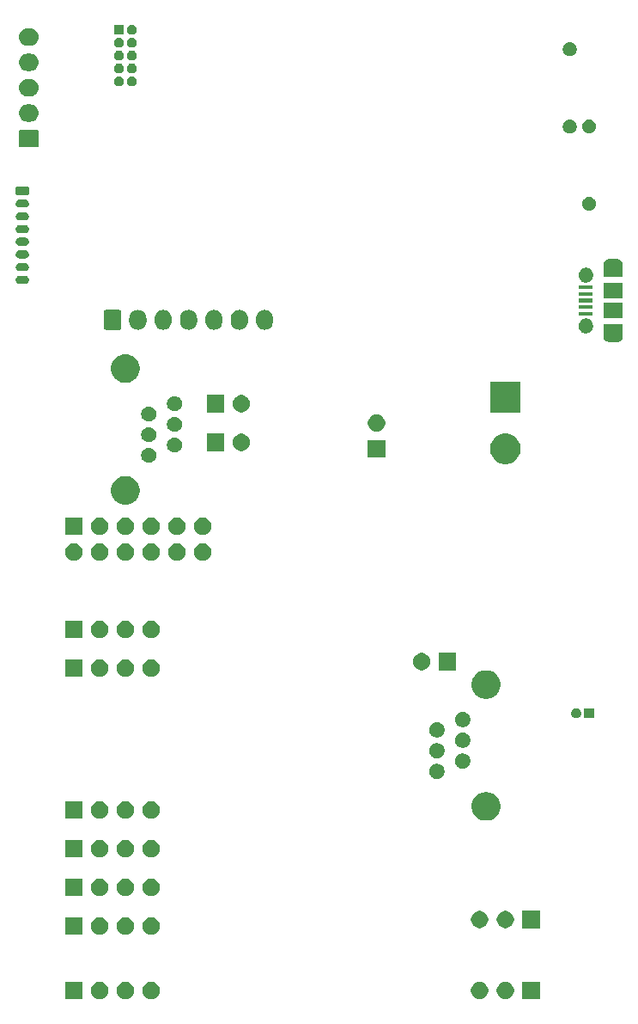
<source format=gbr>
G04 #@! TF.GenerationSoftware,KiCad,Pcbnew,(5.1.5)-3*
G04 #@! TF.CreationDate,2020-01-19T11:37:00+01:00*
G04 #@! TF.ProjectId,airMon,6169724d-6f6e-42e6-9b69-6361645f7063,0.2*
G04 #@! TF.SameCoordinates,Original*
G04 #@! TF.FileFunction,Soldermask,Bot*
G04 #@! TF.FilePolarity,Negative*
%FSLAX46Y46*%
G04 Gerber Fmt 4.6, Leading zero omitted, Abs format (unit mm)*
G04 Created by KiCad (PCBNEW (5.1.5)-3) date 2020-01-19 11:37:00*
%MOMM*%
%LPD*%
G04 APERTURE LIST*
%ADD10C,0.100000*%
G04 APERTURE END LIST*
D10*
G36*
X73875000Y-117690000D02*
G01*
X72175000Y-117690000D01*
X72175000Y-115990000D01*
X73875000Y-115990000D01*
X73875000Y-117690000D01*
G37*
G36*
X70732935Y-116022664D02*
G01*
X70887624Y-116086739D01*
X70887626Y-116086740D01*
X71026844Y-116179762D01*
X71145238Y-116298156D01*
X71238260Y-116437374D01*
X71238261Y-116437376D01*
X71302336Y-116592065D01*
X71335000Y-116756281D01*
X71335000Y-116923719D01*
X71302336Y-117087935D01*
X71238261Y-117242624D01*
X71238260Y-117242626D01*
X71145238Y-117381844D01*
X71026844Y-117500238D01*
X70887626Y-117593260D01*
X70887625Y-117593261D01*
X70887624Y-117593261D01*
X70732935Y-117657336D01*
X70568719Y-117690000D01*
X70401281Y-117690000D01*
X70237065Y-117657336D01*
X70082376Y-117593261D01*
X70082375Y-117593261D01*
X70082374Y-117593260D01*
X69943156Y-117500238D01*
X69824762Y-117381844D01*
X69731740Y-117242626D01*
X69731739Y-117242624D01*
X69667664Y-117087935D01*
X69635000Y-116923719D01*
X69635000Y-116756281D01*
X69667664Y-116592065D01*
X69731739Y-116437376D01*
X69731740Y-116437374D01*
X69824762Y-116298156D01*
X69943156Y-116179762D01*
X70082374Y-116086740D01*
X70082376Y-116086739D01*
X70237065Y-116022664D01*
X70401281Y-115990000D01*
X70568719Y-115990000D01*
X70732935Y-116022664D01*
G37*
G36*
X68192935Y-116022664D02*
G01*
X68347624Y-116086739D01*
X68347626Y-116086740D01*
X68486844Y-116179762D01*
X68605238Y-116298156D01*
X68698260Y-116437374D01*
X68698261Y-116437376D01*
X68762336Y-116592065D01*
X68795000Y-116756281D01*
X68795000Y-116923719D01*
X68762336Y-117087935D01*
X68698261Y-117242624D01*
X68698260Y-117242626D01*
X68605238Y-117381844D01*
X68486844Y-117500238D01*
X68347626Y-117593260D01*
X68347625Y-117593261D01*
X68347624Y-117593261D01*
X68192935Y-117657336D01*
X68028719Y-117690000D01*
X67861281Y-117690000D01*
X67697065Y-117657336D01*
X67542376Y-117593261D01*
X67542375Y-117593261D01*
X67542374Y-117593260D01*
X67403156Y-117500238D01*
X67284762Y-117381844D01*
X67191740Y-117242626D01*
X67191739Y-117242624D01*
X67127664Y-117087935D01*
X67095000Y-116923719D01*
X67095000Y-116756281D01*
X67127664Y-116592065D01*
X67191739Y-116437376D01*
X67191740Y-116437374D01*
X67284762Y-116298156D01*
X67403156Y-116179762D01*
X67542374Y-116086740D01*
X67542376Y-116086739D01*
X67697065Y-116022664D01*
X67861281Y-115990000D01*
X68028719Y-115990000D01*
X68192935Y-116022664D01*
G37*
G36*
X28790000Y-117690000D02*
G01*
X27090000Y-117690000D01*
X27090000Y-115990000D01*
X28790000Y-115990000D01*
X28790000Y-117690000D01*
G37*
G36*
X33267935Y-116022664D02*
G01*
X33422624Y-116086739D01*
X33422626Y-116086740D01*
X33561844Y-116179762D01*
X33680238Y-116298156D01*
X33773260Y-116437374D01*
X33773261Y-116437376D01*
X33837336Y-116592065D01*
X33870000Y-116756281D01*
X33870000Y-116923719D01*
X33837336Y-117087935D01*
X33773261Y-117242624D01*
X33773260Y-117242626D01*
X33680238Y-117381844D01*
X33561844Y-117500238D01*
X33422626Y-117593260D01*
X33422625Y-117593261D01*
X33422624Y-117593261D01*
X33267935Y-117657336D01*
X33103719Y-117690000D01*
X32936281Y-117690000D01*
X32772065Y-117657336D01*
X32617376Y-117593261D01*
X32617375Y-117593261D01*
X32617374Y-117593260D01*
X32478156Y-117500238D01*
X32359762Y-117381844D01*
X32266740Y-117242626D01*
X32266739Y-117242624D01*
X32202664Y-117087935D01*
X32170000Y-116923719D01*
X32170000Y-116756281D01*
X32202664Y-116592065D01*
X32266739Y-116437376D01*
X32266740Y-116437374D01*
X32359762Y-116298156D01*
X32478156Y-116179762D01*
X32617374Y-116086740D01*
X32617376Y-116086739D01*
X32772065Y-116022664D01*
X32936281Y-115990000D01*
X33103719Y-115990000D01*
X33267935Y-116022664D01*
G37*
G36*
X30727935Y-116022664D02*
G01*
X30882624Y-116086739D01*
X30882626Y-116086740D01*
X31021844Y-116179762D01*
X31140238Y-116298156D01*
X31233260Y-116437374D01*
X31233261Y-116437376D01*
X31297336Y-116592065D01*
X31330000Y-116756281D01*
X31330000Y-116923719D01*
X31297336Y-117087935D01*
X31233261Y-117242624D01*
X31233260Y-117242626D01*
X31140238Y-117381844D01*
X31021844Y-117500238D01*
X30882626Y-117593260D01*
X30882625Y-117593261D01*
X30882624Y-117593261D01*
X30727935Y-117657336D01*
X30563719Y-117690000D01*
X30396281Y-117690000D01*
X30232065Y-117657336D01*
X30077376Y-117593261D01*
X30077375Y-117593261D01*
X30077374Y-117593260D01*
X29938156Y-117500238D01*
X29819762Y-117381844D01*
X29726740Y-117242626D01*
X29726739Y-117242624D01*
X29662664Y-117087935D01*
X29630000Y-116923719D01*
X29630000Y-116756281D01*
X29662664Y-116592065D01*
X29726739Y-116437376D01*
X29726740Y-116437374D01*
X29819762Y-116298156D01*
X29938156Y-116179762D01*
X30077374Y-116086740D01*
X30077376Y-116086739D01*
X30232065Y-116022664D01*
X30396281Y-115990000D01*
X30563719Y-115990000D01*
X30727935Y-116022664D01*
G37*
G36*
X35807935Y-116022664D02*
G01*
X35962624Y-116086739D01*
X35962626Y-116086740D01*
X36101844Y-116179762D01*
X36220238Y-116298156D01*
X36313260Y-116437374D01*
X36313261Y-116437376D01*
X36377336Y-116592065D01*
X36410000Y-116756281D01*
X36410000Y-116923719D01*
X36377336Y-117087935D01*
X36313261Y-117242624D01*
X36313260Y-117242626D01*
X36220238Y-117381844D01*
X36101844Y-117500238D01*
X35962626Y-117593260D01*
X35962625Y-117593261D01*
X35962624Y-117593261D01*
X35807935Y-117657336D01*
X35643719Y-117690000D01*
X35476281Y-117690000D01*
X35312065Y-117657336D01*
X35157376Y-117593261D01*
X35157375Y-117593261D01*
X35157374Y-117593260D01*
X35018156Y-117500238D01*
X34899762Y-117381844D01*
X34806740Y-117242626D01*
X34806739Y-117242624D01*
X34742664Y-117087935D01*
X34710000Y-116923719D01*
X34710000Y-116756281D01*
X34742664Y-116592065D01*
X34806739Y-116437376D01*
X34806740Y-116437374D01*
X34899762Y-116298156D01*
X35018156Y-116179762D01*
X35157374Y-116086740D01*
X35157376Y-116086739D01*
X35312065Y-116022664D01*
X35476281Y-115990000D01*
X35643719Y-115990000D01*
X35807935Y-116022664D01*
G37*
G36*
X28790000Y-111340000D02*
G01*
X27090000Y-111340000D01*
X27090000Y-109640000D01*
X28790000Y-109640000D01*
X28790000Y-111340000D01*
G37*
G36*
X35807935Y-109672664D02*
G01*
X35962624Y-109736739D01*
X35962626Y-109736740D01*
X36101844Y-109829762D01*
X36220238Y-109948156D01*
X36313260Y-110087374D01*
X36313261Y-110087376D01*
X36377336Y-110242065D01*
X36410000Y-110406281D01*
X36410000Y-110573719D01*
X36377336Y-110737935D01*
X36313261Y-110892624D01*
X36313260Y-110892626D01*
X36220238Y-111031844D01*
X36101844Y-111150238D01*
X35962626Y-111243260D01*
X35962625Y-111243261D01*
X35962624Y-111243261D01*
X35807935Y-111307336D01*
X35643719Y-111340000D01*
X35476281Y-111340000D01*
X35312065Y-111307336D01*
X35157376Y-111243261D01*
X35157375Y-111243261D01*
X35157374Y-111243260D01*
X35018156Y-111150238D01*
X34899762Y-111031844D01*
X34806740Y-110892626D01*
X34806739Y-110892624D01*
X34742664Y-110737935D01*
X34710000Y-110573719D01*
X34710000Y-110406281D01*
X34742664Y-110242065D01*
X34806739Y-110087376D01*
X34806740Y-110087374D01*
X34899762Y-109948156D01*
X35018156Y-109829762D01*
X35157374Y-109736740D01*
X35157376Y-109736739D01*
X35312065Y-109672664D01*
X35476281Y-109640000D01*
X35643719Y-109640000D01*
X35807935Y-109672664D01*
G37*
G36*
X33267935Y-109672664D02*
G01*
X33422624Y-109736739D01*
X33422626Y-109736740D01*
X33561844Y-109829762D01*
X33680238Y-109948156D01*
X33773260Y-110087374D01*
X33773261Y-110087376D01*
X33837336Y-110242065D01*
X33870000Y-110406281D01*
X33870000Y-110573719D01*
X33837336Y-110737935D01*
X33773261Y-110892624D01*
X33773260Y-110892626D01*
X33680238Y-111031844D01*
X33561844Y-111150238D01*
X33422626Y-111243260D01*
X33422625Y-111243261D01*
X33422624Y-111243261D01*
X33267935Y-111307336D01*
X33103719Y-111340000D01*
X32936281Y-111340000D01*
X32772065Y-111307336D01*
X32617376Y-111243261D01*
X32617375Y-111243261D01*
X32617374Y-111243260D01*
X32478156Y-111150238D01*
X32359762Y-111031844D01*
X32266740Y-110892626D01*
X32266739Y-110892624D01*
X32202664Y-110737935D01*
X32170000Y-110573719D01*
X32170000Y-110406281D01*
X32202664Y-110242065D01*
X32266739Y-110087376D01*
X32266740Y-110087374D01*
X32359762Y-109948156D01*
X32478156Y-109829762D01*
X32617374Y-109736740D01*
X32617376Y-109736739D01*
X32772065Y-109672664D01*
X32936281Y-109640000D01*
X33103719Y-109640000D01*
X33267935Y-109672664D01*
G37*
G36*
X30727935Y-109672664D02*
G01*
X30882624Y-109736739D01*
X30882626Y-109736740D01*
X31021844Y-109829762D01*
X31140238Y-109948156D01*
X31233260Y-110087374D01*
X31233261Y-110087376D01*
X31297336Y-110242065D01*
X31330000Y-110406281D01*
X31330000Y-110573719D01*
X31297336Y-110737935D01*
X31233261Y-110892624D01*
X31233260Y-110892626D01*
X31140238Y-111031844D01*
X31021844Y-111150238D01*
X30882626Y-111243260D01*
X30882625Y-111243261D01*
X30882624Y-111243261D01*
X30727935Y-111307336D01*
X30563719Y-111340000D01*
X30396281Y-111340000D01*
X30232065Y-111307336D01*
X30077376Y-111243261D01*
X30077375Y-111243261D01*
X30077374Y-111243260D01*
X29938156Y-111150238D01*
X29819762Y-111031844D01*
X29726740Y-110892626D01*
X29726739Y-110892624D01*
X29662664Y-110737935D01*
X29630000Y-110573719D01*
X29630000Y-110406281D01*
X29662664Y-110242065D01*
X29726739Y-110087376D01*
X29726740Y-110087374D01*
X29819762Y-109948156D01*
X29938156Y-109829762D01*
X30077374Y-109736740D01*
X30077376Y-109736739D01*
X30232065Y-109672664D01*
X30396281Y-109640000D01*
X30563719Y-109640000D01*
X30727935Y-109672664D01*
G37*
G36*
X73875000Y-110705000D02*
G01*
X72175000Y-110705000D01*
X72175000Y-109005000D01*
X73875000Y-109005000D01*
X73875000Y-110705000D01*
G37*
G36*
X70732935Y-109037664D02*
G01*
X70887624Y-109101739D01*
X70887626Y-109101740D01*
X71026844Y-109194762D01*
X71145238Y-109313156D01*
X71238260Y-109452374D01*
X71238261Y-109452376D01*
X71302336Y-109607065D01*
X71335000Y-109771281D01*
X71335000Y-109938719D01*
X71302336Y-110102935D01*
X71244706Y-110242064D01*
X71238260Y-110257626D01*
X71145238Y-110396844D01*
X71026844Y-110515238D01*
X70887626Y-110608260D01*
X70887625Y-110608261D01*
X70887624Y-110608261D01*
X70732935Y-110672336D01*
X70568719Y-110705000D01*
X70401281Y-110705000D01*
X70237065Y-110672336D01*
X70082376Y-110608261D01*
X70082375Y-110608261D01*
X70082374Y-110608260D01*
X69943156Y-110515238D01*
X69824762Y-110396844D01*
X69731740Y-110257626D01*
X69725294Y-110242064D01*
X69667664Y-110102935D01*
X69635000Y-109938719D01*
X69635000Y-109771281D01*
X69667664Y-109607065D01*
X69731739Y-109452376D01*
X69731740Y-109452374D01*
X69824762Y-109313156D01*
X69943156Y-109194762D01*
X70082374Y-109101740D01*
X70082376Y-109101739D01*
X70237065Y-109037664D01*
X70401281Y-109005000D01*
X70568719Y-109005000D01*
X70732935Y-109037664D01*
G37*
G36*
X68192935Y-109037664D02*
G01*
X68347624Y-109101739D01*
X68347626Y-109101740D01*
X68486844Y-109194762D01*
X68605238Y-109313156D01*
X68698260Y-109452374D01*
X68698261Y-109452376D01*
X68762336Y-109607065D01*
X68795000Y-109771281D01*
X68795000Y-109938719D01*
X68762336Y-110102935D01*
X68704706Y-110242064D01*
X68698260Y-110257626D01*
X68605238Y-110396844D01*
X68486844Y-110515238D01*
X68347626Y-110608260D01*
X68347625Y-110608261D01*
X68347624Y-110608261D01*
X68192935Y-110672336D01*
X68028719Y-110705000D01*
X67861281Y-110705000D01*
X67697065Y-110672336D01*
X67542376Y-110608261D01*
X67542375Y-110608261D01*
X67542374Y-110608260D01*
X67403156Y-110515238D01*
X67284762Y-110396844D01*
X67191740Y-110257626D01*
X67185294Y-110242064D01*
X67127664Y-110102935D01*
X67095000Y-109938719D01*
X67095000Y-109771281D01*
X67127664Y-109607065D01*
X67191739Y-109452376D01*
X67191740Y-109452374D01*
X67284762Y-109313156D01*
X67403156Y-109194762D01*
X67542374Y-109101740D01*
X67542376Y-109101739D01*
X67697065Y-109037664D01*
X67861281Y-109005000D01*
X68028719Y-109005000D01*
X68192935Y-109037664D01*
G37*
G36*
X28790000Y-107530000D02*
G01*
X27090000Y-107530000D01*
X27090000Y-105830000D01*
X28790000Y-105830000D01*
X28790000Y-107530000D01*
G37*
G36*
X30727935Y-105862664D02*
G01*
X30882624Y-105926739D01*
X30882626Y-105926740D01*
X31021844Y-106019762D01*
X31140238Y-106138156D01*
X31233260Y-106277374D01*
X31233261Y-106277376D01*
X31297336Y-106432065D01*
X31330000Y-106596281D01*
X31330000Y-106763719D01*
X31297336Y-106927935D01*
X31233261Y-107082624D01*
X31233260Y-107082626D01*
X31140238Y-107221844D01*
X31021844Y-107340238D01*
X30882626Y-107433260D01*
X30882625Y-107433261D01*
X30882624Y-107433261D01*
X30727935Y-107497336D01*
X30563719Y-107530000D01*
X30396281Y-107530000D01*
X30232065Y-107497336D01*
X30077376Y-107433261D01*
X30077375Y-107433261D01*
X30077374Y-107433260D01*
X29938156Y-107340238D01*
X29819762Y-107221844D01*
X29726740Y-107082626D01*
X29726739Y-107082624D01*
X29662664Y-106927935D01*
X29630000Y-106763719D01*
X29630000Y-106596281D01*
X29662664Y-106432065D01*
X29726739Y-106277376D01*
X29726740Y-106277374D01*
X29819762Y-106138156D01*
X29938156Y-106019762D01*
X30077374Y-105926740D01*
X30077376Y-105926739D01*
X30232065Y-105862664D01*
X30396281Y-105830000D01*
X30563719Y-105830000D01*
X30727935Y-105862664D01*
G37*
G36*
X33267935Y-105862664D02*
G01*
X33422624Y-105926739D01*
X33422626Y-105926740D01*
X33561844Y-106019762D01*
X33680238Y-106138156D01*
X33773260Y-106277374D01*
X33773261Y-106277376D01*
X33837336Y-106432065D01*
X33870000Y-106596281D01*
X33870000Y-106763719D01*
X33837336Y-106927935D01*
X33773261Y-107082624D01*
X33773260Y-107082626D01*
X33680238Y-107221844D01*
X33561844Y-107340238D01*
X33422626Y-107433260D01*
X33422625Y-107433261D01*
X33422624Y-107433261D01*
X33267935Y-107497336D01*
X33103719Y-107530000D01*
X32936281Y-107530000D01*
X32772065Y-107497336D01*
X32617376Y-107433261D01*
X32617375Y-107433261D01*
X32617374Y-107433260D01*
X32478156Y-107340238D01*
X32359762Y-107221844D01*
X32266740Y-107082626D01*
X32266739Y-107082624D01*
X32202664Y-106927935D01*
X32170000Y-106763719D01*
X32170000Y-106596281D01*
X32202664Y-106432065D01*
X32266739Y-106277376D01*
X32266740Y-106277374D01*
X32359762Y-106138156D01*
X32478156Y-106019762D01*
X32617374Y-105926740D01*
X32617376Y-105926739D01*
X32772065Y-105862664D01*
X32936281Y-105830000D01*
X33103719Y-105830000D01*
X33267935Y-105862664D01*
G37*
G36*
X35807935Y-105862664D02*
G01*
X35962624Y-105926739D01*
X35962626Y-105926740D01*
X36101844Y-106019762D01*
X36220238Y-106138156D01*
X36313260Y-106277374D01*
X36313261Y-106277376D01*
X36377336Y-106432065D01*
X36410000Y-106596281D01*
X36410000Y-106763719D01*
X36377336Y-106927935D01*
X36313261Y-107082624D01*
X36313260Y-107082626D01*
X36220238Y-107221844D01*
X36101844Y-107340238D01*
X35962626Y-107433260D01*
X35962625Y-107433261D01*
X35962624Y-107433261D01*
X35807935Y-107497336D01*
X35643719Y-107530000D01*
X35476281Y-107530000D01*
X35312065Y-107497336D01*
X35157376Y-107433261D01*
X35157375Y-107433261D01*
X35157374Y-107433260D01*
X35018156Y-107340238D01*
X34899762Y-107221844D01*
X34806740Y-107082626D01*
X34806739Y-107082624D01*
X34742664Y-106927935D01*
X34710000Y-106763719D01*
X34710000Y-106596281D01*
X34742664Y-106432065D01*
X34806739Y-106277376D01*
X34806740Y-106277374D01*
X34899762Y-106138156D01*
X35018156Y-106019762D01*
X35157374Y-105926740D01*
X35157376Y-105926739D01*
X35312065Y-105862664D01*
X35476281Y-105830000D01*
X35643719Y-105830000D01*
X35807935Y-105862664D01*
G37*
G36*
X33267935Y-102052664D02*
G01*
X33422624Y-102116739D01*
X33422626Y-102116740D01*
X33561844Y-102209762D01*
X33680238Y-102328156D01*
X33773260Y-102467374D01*
X33773261Y-102467376D01*
X33837336Y-102622065D01*
X33870000Y-102786281D01*
X33870000Y-102953719D01*
X33837336Y-103117935D01*
X33773261Y-103272624D01*
X33773260Y-103272626D01*
X33680238Y-103411844D01*
X33561844Y-103530238D01*
X33422626Y-103623260D01*
X33422625Y-103623261D01*
X33422624Y-103623261D01*
X33267935Y-103687336D01*
X33103719Y-103720000D01*
X32936281Y-103720000D01*
X32772065Y-103687336D01*
X32617376Y-103623261D01*
X32617375Y-103623261D01*
X32617374Y-103623260D01*
X32478156Y-103530238D01*
X32359762Y-103411844D01*
X32266740Y-103272626D01*
X32266739Y-103272624D01*
X32202664Y-103117935D01*
X32170000Y-102953719D01*
X32170000Y-102786281D01*
X32202664Y-102622065D01*
X32266739Y-102467376D01*
X32266740Y-102467374D01*
X32359762Y-102328156D01*
X32478156Y-102209762D01*
X32617374Y-102116740D01*
X32617376Y-102116739D01*
X32772065Y-102052664D01*
X32936281Y-102020000D01*
X33103719Y-102020000D01*
X33267935Y-102052664D01*
G37*
G36*
X28790000Y-103720000D02*
G01*
X27090000Y-103720000D01*
X27090000Y-102020000D01*
X28790000Y-102020000D01*
X28790000Y-103720000D01*
G37*
G36*
X35807935Y-102052664D02*
G01*
X35962624Y-102116739D01*
X35962626Y-102116740D01*
X36101844Y-102209762D01*
X36220238Y-102328156D01*
X36313260Y-102467374D01*
X36313261Y-102467376D01*
X36377336Y-102622065D01*
X36410000Y-102786281D01*
X36410000Y-102953719D01*
X36377336Y-103117935D01*
X36313261Y-103272624D01*
X36313260Y-103272626D01*
X36220238Y-103411844D01*
X36101844Y-103530238D01*
X35962626Y-103623260D01*
X35962625Y-103623261D01*
X35962624Y-103623261D01*
X35807935Y-103687336D01*
X35643719Y-103720000D01*
X35476281Y-103720000D01*
X35312065Y-103687336D01*
X35157376Y-103623261D01*
X35157375Y-103623261D01*
X35157374Y-103623260D01*
X35018156Y-103530238D01*
X34899762Y-103411844D01*
X34806740Y-103272626D01*
X34806739Y-103272624D01*
X34742664Y-103117935D01*
X34710000Y-102953719D01*
X34710000Y-102786281D01*
X34742664Y-102622065D01*
X34806739Y-102467376D01*
X34806740Y-102467374D01*
X34899762Y-102328156D01*
X35018156Y-102209762D01*
X35157374Y-102116740D01*
X35157376Y-102116739D01*
X35312065Y-102052664D01*
X35476281Y-102020000D01*
X35643719Y-102020000D01*
X35807935Y-102052664D01*
G37*
G36*
X30727935Y-102052664D02*
G01*
X30882624Y-102116739D01*
X30882626Y-102116740D01*
X31021844Y-102209762D01*
X31140238Y-102328156D01*
X31233260Y-102467374D01*
X31233261Y-102467376D01*
X31297336Y-102622065D01*
X31330000Y-102786281D01*
X31330000Y-102953719D01*
X31297336Y-103117935D01*
X31233261Y-103272624D01*
X31233260Y-103272626D01*
X31140238Y-103411844D01*
X31021844Y-103530238D01*
X30882626Y-103623260D01*
X30882625Y-103623261D01*
X30882624Y-103623261D01*
X30727935Y-103687336D01*
X30563719Y-103720000D01*
X30396281Y-103720000D01*
X30232065Y-103687336D01*
X30077376Y-103623261D01*
X30077375Y-103623261D01*
X30077374Y-103623260D01*
X29938156Y-103530238D01*
X29819762Y-103411844D01*
X29726740Y-103272626D01*
X29726739Y-103272624D01*
X29662664Y-103117935D01*
X29630000Y-102953719D01*
X29630000Y-102786281D01*
X29662664Y-102622065D01*
X29726739Y-102467376D01*
X29726740Y-102467374D01*
X29819762Y-102328156D01*
X29938156Y-102209762D01*
X30077374Y-102116740D01*
X30077376Y-102116739D01*
X30232065Y-102052664D01*
X30396281Y-102020000D01*
X30563719Y-102020000D01*
X30727935Y-102052664D01*
G37*
G36*
X68853127Y-97336901D02*
G01*
X68988365Y-97363801D01*
X69243149Y-97469336D01*
X69472448Y-97622549D01*
X69667451Y-97817552D01*
X69820664Y-98046851D01*
X69926199Y-98301635D01*
X69980000Y-98572112D01*
X69980000Y-98847888D01*
X69926199Y-99118365D01*
X69820664Y-99373149D01*
X69667451Y-99602448D01*
X69472448Y-99797451D01*
X69243149Y-99950664D01*
X68988365Y-100056199D01*
X68853126Y-100083100D01*
X68717889Y-100110000D01*
X68442111Y-100110000D01*
X68306874Y-100083100D01*
X68171635Y-100056199D01*
X67916851Y-99950664D01*
X67687552Y-99797451D01*
X67492549Y-99602448D01*
X67339336Y-99373149D01*
X67233801Y-99118365D01*
X67180000Y-98847888D01*
X67180000Y-98572112D01*
X67233801Y-98301635D01*
X67339336Y-98046851D01*
X67492549Y-97817552D01*
X67687552Y-97622549D01*
X67916851Y-97469336D01*
X68171635Y-97363801D01*
X68306874Y-97336900D01*
X68442111Y-97310000D01*
X68717889Y-97310000D01*
X68853127Y-97336901D01*
G37*
G36*
X33267935Y-98242664D02*
G01*
X33410304Y-98301636D01*
X33422626Y-98306740D01*
X33561844Y-98399762D01*
X33680238Y-98518156D01*
X33716289Y-98572111D01*
X33773261Y-98657376D01*
X33837336Y-98812065D01*
X33870000Y-98976281D01*
X33870000Y-99143719D01*
X33837336Y-99307935D01*
X33810324Y-99373147D01*
X33773260Y-99462626D01*
X33680238Y-99601844D01*
X33561844Y-99720238D01*
X33422626Y-99813260D01*
X33422625Y-99813261D01*
X33422624Y-99813261D01*
X33267935Y-99877336D01*
X33103719Y-99910000D01*
X32936281Y-99910000D01*
X32772065Y-99877336D01*
X32617376Y-99813261D01*
X32617375Y-99813261D01*
X32617374Y-99813260D01*
X32478156Y-99720238D01*
X32359762Y-99601844D01*
X32266740Y-99462626D01*
X32229676Y-99373147D01*
X32202664Y-99307935D01*
X32170000Y-99143719D01*
X32170000Y-98976281D01*
X32202664Y-98812065D01*
X32266739Y-98657376D01*
X32323711Y-98572111D01*
X32359762Y-98518156D01*
X32478156Y-98399762D01*
X32617374Y-98306740D01*
X32629696Y-98301636D01*
X32772065Y-98242664D01*
X32936281Y-98210000D01*
X33103719Y-98210000D01*
X33267935Y-98242664D01*
G37*
G36*
X35807935Y-98242664D02*
G01*
X35950304Y-98301636D01*
X35962626Y-98306740D01*
X36101844Y-98399762D01*
X36220238Y-98518156D01*
X36256289Y-98572111D01*
X36313261Y-98657376D01*
X36377336Y-98812065D01*
X36410000Y-98976281D01*
X36410000Y-99143719D01*
X36377336Y-99307935D01*
X36350324Y-99373147D01*
X36313260Y-99462626D01*
X36220238Y-99601844D01*
X36101844Y-99720238D01*
X35962626Y-99813260D01*
X35962625Y-99813261D01*
X35962624Y-99813261D01*
X35807935Y-99877336D01*
X35643719Y-99910000D01*
X35476281Y-99910000D01*
X35312065Y-99877336D01*
X35157376Y-99813261D01*
X35157375Y-99813261D01*
X35157374Y-99813260D01*
X35018156Y-99720238D01*
X34899762Y-99601844D01*
X34806740Y-99462626D01*
X34769676Y-99373147D01*
X34742664Y-99307935D01*
X34710000Y-99143719D01*
X34710000Y-98976281D01*
X34742664Y-98812065D01*
X34806739Y-98657376D01*
X34863711Y-98572111D01*
X34899762Y-98518156D01*
X35018156Y-98399762D01*
X35157374Y-98306740D01*
X35169696Y-98301636D01*
X35312065Y-98242664D01*
X35476281Y-98210000D01*
X35643719Y-98210000D01*
X35807935Y-98242664D01*
G37*
G36*
X30727935Y-98242664D02*
G01*
X30870304Y-98301636D01*
X30882626Y-98306740D01*
X31021844Y-98399762D01*
X31140238Y-98518156D01*
X31176289Y-98572111D01*
X31233261Y-98657376D01*
X31297336Y-98812065D01*
X31330000Y-98976281D01*
X31330000Y-99143719D01*
X31297336Y-99307935D01*
X31270324Y-99373147D01*
X31233260Y-99462626D01*
X31140238Y-99601844D01*
X31021844Y-99720238D01*
X30882626Y-99813260D01*
X30882625Y-99813261D01*
X30882624Y-99813261D01*
X30727935Y-99877336D01*
X30563719Y-99910000D01*
X30396281Y-99910000D01*
X30232065Y-99877336D01*
X30077376Y-99813261D01*
X30077375Y-99813261D01*
X30077374Y-99813260D01*
X29938156Y-99720238D01*
X29819762Y-99601844D01*
X29726740Y-99462626D01*
X29689676Y-99373147D01*
X29662664Y-99307935D01*
X29630000Y-99143719D01*
X29630000Y-98976281D01*
X29662664Y-98812065D01*
X29726739Y-98657376D01*
X29783711Y-98572111D01*
X29819762Y-98518156D01*
X29938156Y-98399762D01*
X30077374Y-98306740D01*
X30089696Y-98301636D01*
X30232065Y-98242664D01*
X30396281Y-98210000D01*
X30563719Y-98210000D01*
X30727935Y-98242664D01*
G37*
G36*
X28790000Y-99910000D02*
G01*
X27090000Y-99910000D01*
X27090000Y-98210000D01*
X28790000Y-98210000D01*
X28790000Y-99910000D01*
G37*
G36*
X63958766Y-94538821D02*
G01*
X64095257Y-94595358D01*
X64218097Y-94677437D01*
X64322563Y-94781903D01*
X64404642Y-94904743D01*
X64461179Y-95041234D01*
X64490000Y-95186130D01*
X64490000Y-95333870D01*
X64461179Y-95478766D01*
X64404642Y-95615257D01*
X64322563Y-95738097D01*
X64218097Y-95842563D01*
X64095257Y-95924642D01*
X63958766Y-95981179D01*
X63813870Y-96010000D01*
X63666130Y-96010000D01*
X63521234Y-95981179D01*
X63384743Y-95924642D01*
X63261903Y-95842563D01*
X63157437Y-95738097D01*
X63075358Y-95615257D01*
X63018821Y-95478766D01*
X62990000Y-95333870D01*
X62990000Y-95186130D01*
X63018821Y-95041234D01*
X63075358Y-94904743D01*
X63157437Y-94781903D01*
X63261903Y-94677437D01*
X63384743Y-94595358D01*
X63521234Y-94538821D01*
X63666130Y-94510000D01*
X63813870Y-94510000D01*
X63958766Y-94538821D01*
G37*
G36*
X66498766Y-93518821D02*
G01*
X66635257Y-93575358D01*
X66758097Y-93657437D01*
X66862563Y-93761903D01*
X66944642Y-93884743D01*
X67001179Y-94021234D01*
X67030000Y-94166130D01*
X67030000Y-94313870D01*
X67001179Y-94458766D01*
X66944642Y-94595257D01*
X66862563Y-94718097D01*
X66758097Y-94822563D01*
X66635257Y-94904642D01*
X66498766Y-94961179D01*
X66353870Y-94990000D01*
X66206130Y-94990000D01*
X66061234Y-94961179D01*
X65924743Y-94904642D01*
X65801903Y-94822563D01*
X65697437Y-94718097D01*
X65615358Y-94595257D01*
X65558821Y-94458766D01*
X65530000Y-94313870D01*
X65530000Y-94166130D01*
X65558821Y-94021234D01*
X65615358Y-93884743D01*
X65697437Y-93761903D01*
X65801903Y-93657437D01*
X65924743Y-93575358D01*
X66061234Y-93518821D01*
X66206130Y-93490000D01*
X66353870Y-93490000D01*
X66498766Y-93518821D01*
G37*
G36*
X63958766Y-92498821D02*
G01*
X64095257Y-92555358D01*
X64218097Y-92637437D01*
X64322563Y-92741903D01*
X64404642Y-92864743D01*
X64461179Y-93001234D01*
X64490000Y-93146130D01*
X64490000Y-93293870D01*
X64461179Y-93438766D01*
X64404642Y-93575257D01*
X64322563Y-93698097D01*
X64218097Y-93802563D01*
X64095257Y-93884642D01*
X63958766Y-93941179D01*
X63813870Y-93970000D01*
X63666130Y-93970000D01*
X63521234Y-93941179D01*
X63384743Y-93884642D01*
X63261903Y-93802563D01*
X63157437Y-93698097D01*
X63075358Y-93575257D01*
X63018821Y-93438766D01*
X62990000Y-93293870D01*
X62990000Y-93146130D01*
X63018821Y-93001234D01*
X63075358Y-92864743D01*
X63157437Y-92741903D01*
X63261903Y-92637437D01*
X63384743Y-92555358D01*
X63521234Y-92498821D01*
X63666130Y-92470000D01*
X63813870Y-92470000D01*
X63958766Y-92498821D01*
G37*
G36*
X66498766Y-91478821D02*
G01*
X66635257Y-91535358D01*
X66758097Y-91617437D01*
X66862563Y-91721903D01*
X66944642Y-91844743D01*
X67001179Y-91981234D01*
X67030000Y-92126130D01*
X67030000Y-92273870D01*
X67001179Y-92418766D01*
X66944642Y-92555257D01*
X66862563Y-92678097D01*
X66758097Y-92782563D01*
X66635257Y-92864642D01*
X66498766Y-92921179D01*
X66353870Y-92950000D01*
X66206130Y-92950000D01*
X66061234Y-92921179D01*
X65924743Y-92864642D01*
X65801903Y-92782563D01*
X65697437Y-92678097D01*
X65615358Y-92555257D01*
X65558821Y-92418766D01*
X65530000Y-92273870D01*
X65530000Y-92126130D01*
X65558821Y-91981234D01*
X65615358Y-91844743D01*
X65697437Y-91721903D01*
X65801903Y-91617437D01*
X65924743Y-91535358D01*
X66061234Y-91478821D01*
X66206130Y-91450000D01*
X66353870Y-91450000D01*
X66498766Y-91478821D01*
G37*
G36*
X63958766Y-90458821D02*
G01*
X64095257Y-90515358D01*
X64218097Y-90597437D01*
X64322563Y-90701903D01*
X64404642Y-90824743D01*
X64461179Y-90961234D01*
X64490000Y-91106130D01*
X64490000Y-91253870D01*
X64461179Y-91398766D01*
X64404642Y-91535257D01*
X64322563Y-91658097D01*
X64218097Y-91762563D01*
X64095257Y-91844642D01*
X63958766Y-91901179D01*
X63813870Y-91930000D01*
X63666130Y-91930000D01*
X63521234Y-91901179D01*
X63384743Y-91844642D01*
X63261903Y-91762563D01*
X63157437Y-91658097D01*
X63075358Y-91535257D01*
X63018821Y-91398766D01*
X62990000Y-91253870D01*
X62990000Y-91106130D01*
X63018821Y-90961234D01*
X63075358Y-90824743D01*
X63157437Y-90701903D01*
X63261903Y-90597437D01*
X63384743Y-90515358D01*
X63521234Y-90458821D01*
X63666130Y-90430000D01*
X63813870Y-90430000D01*
X63958766Y-90458821D01*
G37*
G36*
X66498766Y-89438821D02*
G01*
X66635257Y-89495358D01*
X66758097Y-89577437D01*
X66862563Y-89681903D01*
X66944642Y-89804743D01*
X67001179Y-89941234D01*
X67030000Y-90086130D01*
X67030000Y-90233870D01*
X67001179Y-90378766D01*
X66944642Y-90515257D01*
X66862563Y-90638097D01*
X66758097Y-90742563D01*
X66635257Y-90824642D01*
X66498766Y-90881179D01*
X66353870Y-90910000D01*
X66206130Y-90910000D01*
X66061234Y-90881179D01*
X65924743Y-90824642D01*
X65801903Y-90742563D01*
X65697437Y-90638097D01*
X65615358Y-90515257D01*
X65558821Y-90378766D01*
X65530000Y-90233870D01*
X65530000Y-90086130D01*
X65558821Y-89941234D01*
X65615358Y-89804743D01*
X65697437Y-89681903D01*
X65801903Y-89577437D01*
X65924743Y-89495358D01*
X66061234Y-89438821D01*
X66206130Y-89410000D01*
X66353870Y-89410000D01*
X66498766Y-89438821D01*
G37*
G36*
X79240000Y-90035000D02*
G01*
X78240000Y-90035000D01*
X78240000Y-89035000D01*
X79240000Y-89035000D01*
X79240000Y-90035000D01*
G37*
G36*
X77615843Y-89054214D02*
G01*
X77615846Y-89054215D01*
X77615845Y-89054215D01*
X77706839Y-89091906D01*
X77748063Y-89119451D01*
X77788730Y-89146624D01*
X77858376Y-89216270D01*
X77913095Y-89298163D01*
X77950786Y-89389157D01*
X77970000Y-89485753D01*
X77970000Y-89584247D01*
X77950786Y-89680843D01*
X77913095Y-89771837D01*
X77858376Y-89853730D01*
X77788730Y-89923376D01*
X77748063Y-89950549D01*
X77706839Y-89978094D01*
X77706838Y-89978095D01*
X77706837Y-89978095D01*
X77615843Y-90015786D01*
X77519247Y-90035000D01*
X77420753Y-90035000D01*
X77324157Y-90015786D01*
X77233163Y-89978095D01*
X77233162Y-89978095D01*
X77233161Y-89978094D01*
X77191937Y-89950549D01*
X77151270Y-89923376D01*
X77081624Y-89853730D01*
X77026905Y-89771837D01*
X76989214Y-89680843D01*
X76970000Y-89584247D01*
X76970000Y-89485753D01*
X76989214Y-89389157D01*
X77026905Y-89298163D01*
X77081624Y-89216270D01*
X77151270Y-89146624D01*
X77191937Y-89119451D01*
X77233161Y-89091906D01*
X77324155Y-89054215D01*
X77324154Y-89054215D01*
X77324157Y-89054214D01*
X77420753Y-89035000D01*
X77519247Y-89035000D01*
X77615843Y-89054214D01*
G37*
G36*
X68853127Y-85336901D02*
G01*
X68988365Y-85363801D01*
X69243149Y-85469336D01*
X69472448Y-85622549D01*
X69667451Y-85817552D01*
X69820664Y-86046851D01*
X69926199Y-86301635D01*
X69980000Y-86572112D01*
X69980000Y-86847888D01*
X69926199Y-87118365D01*
X69820664Y-87373149D01*
X69667451Y-87602448D01*
X69472448Y-87797451D01*
X69243149Y-87950664D01*
X68988365Y-88056199D01*
X68853126Y-88083100D01*
X68717889Y-88110000D01*
X68442111Y-88110000D01*
X68306874Y-88083100D01*
X68171635Y-88056199D01*
X67916851Y-87950664D01*
X67687552Y-87797451D01*
X67492549Y-87602448D01*
X67339336Y-87373149D01*
X67233801Y-87118365D01*
X67180000Y-86847888D01*
X67180000Y-86572112D01*
X67233801Y-86301635D01*
X67339336Y-86046851D01*
X67492549Y-85817552D01*
X67687552Y-85622549D01*
X67916851Y-85469336D01*
X68171635Y-85363801D01*
X68306873Y-85336901D01*
X68442111Y-85310000D01*
X68717889Y-85310000D01*
X68853127Y-85336901D01*
G37*
G36*
X33267935Y-84272664D02*
G01*
X33422624Y-84336739D01*
X33422626Y-84336740D01*
X33561844Y-84429762D01*
X33680238Y-84548156D01*
X33773260Y-84687374D01*
X33773261Y-84687376D01*
X33837336Y-84842065D01*
X33870000Y-85006281D01*
X33870000Y-85173719D01*
X33837336Y-85337935D01*
X33782907Y-85469336D01*
X33773260Y-85492626D01*
X33680238Y-85631844D01*
X33561844Y-85750238D01*
X33422626Y-85843260D01*
X33422625Y-85843261D01*
X33422624Y-85843261D01*
X33267935Y-85907336D01*
X33103719Y-85940000D01*
X32936281Y-85940000D01*
X32772065Y-85907336D01*
X32617376Y-85843261D01*
X32617375Y-85843261D01*
X32617374Y-85843260D01*
X32478156Y-85750238D01*
X32359762Y-85631844D01*
X32266740Y-85492626D01*
X32257093Y-85469336D01*
X32202664Y-85337935D01*
X32170000Y-85173719D01*
X32170000Y-85006281D01*
X32202664Y-84842065D01*
X32266739Y-84687376D01*
X32266740Y-84687374D01*
X32359762Y-84548156D01*
X32478156Y-84429762D01*
X32617374Y-84336740D01*
X32617376Y-84336739D01*
X32772065Y-84272664D01*
X32936281Y-84240000D01*
X33103719Y-84240000D01*
X33267935Y-84272664D01*
G37*
G36*
X35807935Y-84272664D02*
G01*
X35962624Y-84336739D01*
X35962626Y-84336740D01*
X36101844Y-84429762D01*
X36220238Y-84548156D01*
X36313260Y-84687374D01*
X36313261Y-84687376D01*
X36377336Y-84842065D01*
X36410000Y-85006281D01*
X36410000Y-85173719D01*
X36377336Y-85337935D01*
X36322907Y-85469336D01*
X36313260Y-85492626D01*
X36220238Y-85631844D01*
X36101844Y-85750238D01*
X35962626Y-85843260D01*
X35962625Y-85843261D01*
X35962624Y-85843261D01*
X35807935Y-85907336D01*
X35643719Y-85940000D01*
X35476281Y-85940000D01*
X35312065Y-85907336D01*
X35157376Y-85843261D01*
X35157375Y-85843261D01*
X35157374Y-85843260D01*
X35018156Y-85750238D01*
X34899762Y-85631844D01*
X34806740Y-85492626D01*
X34797093Y-85469336D01*
X34742664Y-85337935D01*
X34710000Y-85173719D01*
X34710000Y-85006281D01*
X34742664Y-84842065D01*
X34806739Y-84687376D01*
X34806740Y-84687374D01*
X34899762Y-84548156D01*
X35018156Y-84429762D01*
X35157374Y-84336740D01*
X35157376Y-84336739D01*
X35312065Y-84272664D01*
X35476281Y-84240000D01*
X35643719Y-84240000D01*
X35807935Y-84272664D01*
G37*
G36*
X30727935Y-84272664D02*
G01*
X30882624Y-84336739D01*
X30882626Y-84336740D01*
X31021844Y-84429762D01*
X31140238Y-84548156D01*
X31233260Y-84687374D01*
X31233261Y-84687376D01*
X31297336Y-84842065D01*
X31330000Y-85006281D01*
X31330000Y-85173719D01*
X31297336Y-85337935D01*
X31242907Y-85469336D01*
X31233260Y-85492626D01*
X31140238Y-85631844D01*
X31021844Y-85750238D01*
X30882626Y-85843260D01*
X30882625Y-85843261D01*
X30882624Y-85843261D01*
X30727935Y-85907336D01*
X30563719Y-85940000D01*
X30396281Y-85940000D01*
X30232065Y-85907336D01*
X30077376Y-85843261D01*
X30077375Y-85843261D01*
X30077374Y-85843260D01*
X29938156Y-85750238D01*
X29819762Y-85631844D01*
X29726740Y-85492626D01*
X29717093Y-85469336D01*
X29662664Y-85337935D01*
X29630000Y-85173719D01*
X29630000Y-85006281D01*
X29662664Y-84842065D01*
X29726739Y-84687376D01*
X29726740Y-84687374D01*
X29819762Y-84548156D01*
X29938156Y-84429762D01*
X30077374Y-84336740D01*
X30077376Y-84336739D01*
X30232065Y-84272664D01*
X30396281Y-84240000D01*
X30563719Y-84240000D01*
X30727935Y-84272664D01*
G37*
G36*
X28790000Y-85940000D02*
G01*
X27090000Y-85940000D01*
X27090000Y-84240000D01*
X28790000Y-84240000D01*
X28790000Y-85940000D01*
G37*
G36*
X62477935Y-83637664D02*
G01*
X62632624Y-83701739D01*
X62632626Y-83701740D01*
X62771844Y-83794762D01*
X62890238Y-83913156D01*
X62983260Y-84052374D01*
X62983261Y-84052376D01*
X63047336Y-84207065D01*
X63080000Y-84371281D01*
X63080000Y-84538719D01*
X63047336Y-84702935D01*
X62989706Y-84842064D01*
X62983260Y-84857626D01*
X62890238Y-84996844D01*
X62771844Y-85115238D01*
X62632626Y-85208260D01*
X62632625Y-85208261D01*
X62632624Y-85208261D01*
X62477935Y-85272336D01*
X62313719Y-85305000D01*
X62146281Y-85305000D01*
X61982065Y-85272336D01*
X61827376Y-85208261D01*
X61827375Y-85208261D01*
X61827374Y-85208260D01*
X61688156Y-85115238D01*
X61569762Y-84996844D01*
X61476740Y-84857626D01*
X61470294Y-84842064D01*
X61412664Y-84702935D01*
X61380000Y-84538719D01*
X61380000Y-84371281D01*
X61412664Y-84207065D01*
X61476739Y-84052376D01*
X61476740Y-84052374D01*
X61569762Y-83913156D01*
X61688156Y-83794762D01*
X61827374Y-83701740D01*
X61827376Y-83701739D01*
X61982065Y-83637664D01*
X62146281Y-83605000D01*
X62313719Y-83605000D01*
X62477935Y-83637664D01*
G37*
G36*
X65620000Y-85305000D02*
G01*
X63920000Y-85305000D01*
X63920000Y-83605000D01*
X65620000Y-83605000D01*
X65620000Y-85305000D01*
G37*
G36*
X28790000Y-82130000D02*
G01*
X27090000Y-82130000D01*
X27090000Y-80430000D01*
X28790000Y-80430000D01*
X28790000Y-82130000D01*
G37*
G36*
X30727935Y-80462664D02*
G01*
X30882624Y-80526739D01*
X30882626Y-80526740D01*
X31021844Y-80619762D01*
X31140238Y-80738156D01*
X31233260Y-80877374D01*
X31233261Y-80877376D01*
X31297336Y-81032065D01*
X31330000Y-81196281D01*
X31330000Y-81363719D01*
X31297336Y-81527935D01*
X31233261Y-81682624D01*
X31233260Y-81682626D01*
X31140238Y-81821844D01*
X31021844Y-81940238D01*
X30882626Y-82033260D01*
X30882625Y-82033261D01*
X30882624Y-82033261D01*
X30727935Y-82097336D01*
X30563719Y-82130000D01*
X30396281Y-82130000D01*
X30232065Y-82097336D01*
X30077376Y-82033261D01*
X30077375Y-82033261D01*
X30077374Y-82033260D01*
X29938156Y-81940238D01*
X29819762Y-81821844D01*
X29726740Y-81682626D01*
X29726739Y-81682624D01*
X29662664Y-81527935D01*
X29630000Y-81363719D01*
X29630000Y-81196281D01*
X29662664Y-81032065D01*
X29726739Y-80877376D01*
X29726740Y-80877374D01*
X29819762Y-80738156D01*
X29938156Y-80619762D01*
X30077374Y-80526740D01*
X30077376Y-80526739D01*
X30232065Y-80462664D01*
X30396281Y-80430000D01*
X30563719Y-80430000D01*
X30727935Y-80462664D01*
G37*
G36*
X33267935Y-80462664D02*
G01*
X33422624Y-80526739D01*
X33422626Y-80526740D01*
X33561844Y-80619762D01*
X33680238Y-80738156D01*
X33773260Y-80877374D01*
X33773261Y-80877376D01*
X33837336Y-81032065D01*
X33870000Y-81196281D01*
X33870000Y-81363719D01*
X33837336Y-81527935D01*
X33773261Y-81682624D01*
X33773260Y-81682626D01*
X33680238Y-81821844D01*
X33561844Y-81940238D01*
X33422626Y-82033260D01*
X33422625Y-82033261D01*
X33422624Y-82033261D01*
X33267935Y-82097336D01*
X33103719Y-82130000D01*
X32936281Y-82130000D01*
X32772065Y-82097336D01*
X32617376Y-82033261D01*
X32617375Y-82033261D01*
X32617374Y-82033260D01*
X32478156Y-81940238D01*
X32359762Y-81821844D01*
X32266740Y-81682626D01*
X32266739Y-81682624D01*
X32202664Y-81527935D01*
X32170000Y-81363719D01*
X32170000Y-81196281D01*
X32202664Y-81032065D01*
X32266739Y-80877376D01*
X32266740Y-80877374D01*
X32359762Y-80738156D01*
X32478156Y-80619762D01*
X32617374Y-80526740D01*
X32617376Y-80526739D01*
X32772065Y-80462664D01*
X32936281Y-80430000D01*
X33103719Y-80430000D01*
X33267935Y-80462664D01*
G37*
G36*
X35807935Y-80462664D02*
G01*
X35962624Y-80526739D01*
X35962626Y-80526740D01*
X36101844Y-80619762D01*
X36220238Y-80738156D01*
X36313260Y-80877374D01*
X36313261Y-80877376D01*
X36377336Y-81032065D01*
X36410000Y-81196281D01*
X36410000Y-81363719D01*
X36377336Y-81527935D01*
X36313261Y-81682624D01*
X36313260Y-81682626D01*
X36220238Y-81821844D01*
X36101844Y-81940238D01*
X35962626Y-82033260D01*
X35962625Y-82033261D01*
X35962624Y-82033261D01*
X35807935Y-82097336D01*
X35643719Y-82130000D01*
X35476281Y-82130000D01*
X35312065Y-82097336D01*
X35157376Y-82033261D01*
X35157375Y-82033261D01*
X35157374Y-82033260D01*
X35018156Y-81940238D01*
X34899762Y-81821844D01*
X34806740Y-81682626D01*
X34806739Y-81682624D01*
X34742664Y-81527935D01*
X34710000Y-81363719D01*
X34710000Y-81196281D01*
X34742664Y-81032065D01*
X34806739Y-80877376D01*
X34806740Y-80877374D01*
X34899762Y-80738156D01*
X35018156Y-80619762D01*
X35157374Y-80526740D01*
X35157376Y-80526739D01*
X35312065Y-80462664D01*
X35476281Y-80430000D01*
X35643719Y-80430000D01*
X35807935Y-80462664D01*
G37*
G36*
X28187935Y-72842664D02*
G01*
X28342624Y-72906739D01*
X28342626Y-72906740D01*
X28481844Y-72999762D01*
X28600238Y-73118156D01*
X28693260Y-73257374D01*
X28693261Y-73257376D01*
X28757336Y-73412065D01*
X28790000Y-73576281D01*
X28790000Y-73743719D01*
X28757336Y-73907935D01*
X28693261Y-74062624D01*
X28693260Y-74062626D01*
X28600238Y-74201844D01*
X28481844Y-74320238D01*
X28342626Y-74413260D01*
X28342625Y-74413261D01*
X28342624Y-74413261D01*
X28187935Y-74477336D01*
X28023719Y-74510000D01*
X27856281Y-74510000D01*
X27692065Y-74477336D01*
X27537376Y-74413261D01*
X27537375Y-74413261D01*
X27537374Y-74413260D01*
X27398156Y-74320238D01*
X27279762Y-74201844D01*
X27186740Y-74062626D01*
X27186739Y-74062624D01*
X27122664Y-73907935D01*
X27090000Y-73743719D01*
X27090000Y-73576281D01*
X27122664Y-73412065D01*
X27186739Y-73257376D01*
X27186740Y-73257374D01*
X27279762Y-73118156D01*
X27398156Y-72999762D01*
X27537374Y-72906740D01*
X27537376Y-72906739D01*
X27692065Y-72842664D01*
X27856281Y-72810000D01*
X28023719Y-72810000D01*
X28187935Y-72842664D01*
G37*
G36*
X40887935Y-72842664D02*
G01*
X41042624Y-72906739D01*
X41042626Y-72906740D01*
X41181844Y-72999762D01*
X41300238Y-73118156D01*
X41393260Y-73257374D01*
X41393261Y-73257376D01*
X41457336Y-73412065D01*
X41490000Y-73576281D01*
X41490000Y-73743719D01*
X41457336Y-73907935D01*
X41393261Y-74062624D01*
X41393260Y-74062626D01*
X41300238Y-74201844D01*
X41181844Y-74320238D01*
X41042626Y-74413260D01*
X41042625Y-74413261D01*
X41042624Y-74413261D01*
X40887935Y-74477336D01*
X40723719Y-74510000D01*
X40556281Y-74510000D01*
X40392065Y-74477336D01*
X40237376Y-74413261D01*
X40237375Y-74413261D01*
X40237374Y-74413260D01*
X40098156Y-74320238D01*
X39979762Y-74201844D01*
X39886740Y-74062626D01*
X39886739Y-74062624D01*
X39822664Y-73907935D01*
X39790000Y-73743719D01*
X39790000Y-73576281D01*
X39822664Y-73412065D01*
X39886739Y-73257376D01*
X39886740Y-73257374D01*
X39979762Y-73118156D01*
X40098156Y-72999762D01*
X40237374Y-72906740D01*
X40237376Y-72906739D01*
X40392065Y-72842664D01*
X40556281Y-72810000D01*
X40723719Y-72810000D01*
X40887935Y-72842664D01*
G37*
G36*
X38347935Y-72842664D02*
G01*
X38502624Y-72906739D01*
X38502626Y-72906740D01*
X38641844Y-72999762D01*
X38760238Y-73118156D01*
X38853260Y-73257374D01*
X38853261Y-73257376D01*
X38917336Y-73412065D01*
X38950000Y-73576281D01*
X38950000Y-73743719D01*
X38917336Y-73907935D01*
X38853261Y-74062624D01*
X38853260Y-74062626D01*
X38760238Y-74201844D01*
X38641844Y-74320238D01*
X38502626Y-74413260D01*
X38502625Y-74413261D01*
X38502624Y-74413261D01*
X38347935Y-74477336D01*
X38183719Y-74510000D01*
X38016281Y-74510000D01*
X37852065Y-74477336D01*
X37697376Y-74413261D01*
X37697375Y-74413261D01*
X37697374Y-74413260D01*
X37558156Y-74320238D01*
X37439762Y-74201844D01*
X37346740Y-74062626D01*
X37346739Y-74062624D01*
X37282664Y-73907935D01*
X37250000Y-73743719D01*
X37250000Y-73576281D01*
X37282664Y-73412065D01*
X37346739Y-73257376D01*
X37346740Y-73257374D01*
X37439762Y-73118156D01*
X37558156Y-72999762D01*
X37697374Y-72906740D01*
X37697376Y-72906739D01*
X37852065Y-72842664D01*
X38016281Y-72810000D01*
X38183719Y-72810000D01*
X38347935Y-72842664D01*
G37*
G36*
X35807935Y-72842664D02*
G01*
X35962624Y-72906739D01*
X35962626Y-72906740D01*
X36101844Y-72999762D01*
X36220238Y-73118156D01*
X36313260Y-73257374D01*
X36313261Y-73257376D01*
X36377336Y-73412065D01*
X36410000Y-73576281D01*
X36410000Y-73743719D01*
X36377336Y-73907935D01*
X36313261Y-74062624D01*
X36313260Y-74062626D01*
X36220238Y-74201844D01*
X36101844Y-74320238D01*
X35962626Y-74413260D01*
X35962625Y-74413261D01*
X35962624Y-74413261D01*
X35807935Y-74477336D01*
X35643719Y-74510000D01*
X35476281Y-74510000D01*
X35312065Y-74477336D01*
X35157376Y-74413261D01*
X35157375Y-74413261D01*
X35157374Y-74413260D01*
X35018156Y-74320238D01*
X34899762Y-74201844D01*
X34806740Y-74062626D01*
X34806739Y-74062624D01*
X34742664Y-73907935D01*
X34710000Y-73743719D01*
X34710000Y-73576281D01*
X34742664Y-73412065D01*
X34806739Y-73257376D01*
X34806740Y-73257374D01*
X34899762Y-73118156D01*
X35018156Y-72999762D01*
X35157374Y-72906740D01*
X35157376Y-72906739D01*
X35312065Y-72842664D01*
X35476281Y-72810000D01*
X35643719Y-72810000D01*
X35807935Y-72842664D01*
G37*
G36*
X33267935Y-72842664D02*
G01*
X33422624Y-72906739D01*
X33422626Y-72906740D01*
X33561844Y-72999762D01*
X33680238Y-73118156D01*
X33773260Y-73257374D01*
X33773261Y-73257376D01*
X33837336Y-73412065D01*
X33870000Y-73576281D01*
X33870000Y-73743719D01*
X33837336Y-73907935D01*
X33773261Y-74062624D01*
X33773260Y-74062626D01*
X33680238Y-74201844D01*
X33561844Y-74320238D01*
X33422626Y-74413260D01*
X33422625Y-74413261D01*
X33422624Y-74413261D01*
X33267935Y-74477336D01*
X33103719Y-74510000D01*
X32936281Y-74510000D01*
X32772065Y-74477336D01*
X32617376Y-74413261D01*
X32617375Y-74413261D01*
X32617374Y-74413260D01*
X32478156Y-74320238D01*
X32359762Y-74201844D01*
X32266740Y-74062626D01*
X32266739Y-74062624D01*
X32202664Y-73907935D01*
X32170000Y-73743719D01*
X32170000Y-73576281D01*
X32202664Y-73412065D01*
X32266739Y-73257376D01*
X32266740Y-73257374D01*
X32359762Y-73118156D01*
X32478156Y-72999762D01*
X32617374Y-72906740D01*
X32617376Y-72906739D01*
X32772065Y-72842664D01*
X32936281Y-72810000D01*
X33103719Y-72810000D01*
X33267935Y-72842664D01*
G37*
G36*
X30727935Y-72842664D02*
G01*
X30882624Y-72906739D01*
X30882626Y-72906740D01*
X31021844Y-72999762D01*
X31140238Y-73118156D01*
X31233260Y-73257374D01*
X31233261Y-73257376D01*
X31297336Y-73412065D01*
X31330000Y-73576281D01*
X31330000Y-73743719D01*
X31297336Y-73907935D01*
X31233261Y-74062624D01*
X31233260Y-74062626D01*
X31140238Y-74201844D01*
X31021844Y-74320238D01*
X30882626Y-74413260D01*
X30882625Y-74413261D01*
X30882624Y-74413261D01*
X30727935Y-74477336D01*
X30563719Y-74510000D01*
X30396281Y-74510000D01*
X30232065Y-74477336D01*
X30077376Y-74413261D01*
X30077375Y-74413261D01*
X30077374Y-74413260D01*
X29938156Y-74320238D01*
X29819762Y-74201844D01*
X29726740Y-74062626D01*
X29726739Y-74062624D01*
X29662664Y-73907935D01*
X29630000Y-73743719D01*
X29630000Y-73576281D01*
X29662664Y-73412065D01*
X29726739Y-73257376D01*
X29726740Y-73257374D01*
X29819762Y-73118156D01*
X29938156Y-72999762D01*
X30077374Y-72906740D01*
X30077376Y-72906739D01*
X30232065Y-72842664D01*
X30396281Y-72810000D01*
X30563719Y-72810000D01*
X30727935Y-72842664D01*
G37*
G36*
X28790000Y-71970000D02*
G01*
X27090000Y-71970000D01*
X27090000Y-70270000D01*
X28790000Y-70270000D01*
X28790000Y-71970000D01*
G37*
G36*
X30727935Y-70302664D02*
G01*
X30882624Y-70366739D01*
X30882626Y-70366740D01*
X31021844Y-70459762D01*
X31140238Y-70578156D01*
X31233260Y-70717374D01*
X31233261Y-70717376D01*
X31297336Y-70872065D01*
X31330000Y-71036281D01*
X31330000Y-71203719D01*
X31297336Y-71367935D01*
X31233261Y-71522624D01*
X31233260Y-71522626D01*
X31140238Y-71661844D01*
X31021844Y-71780238D01*
X30882626Y-71873260D01*
X30882625Y-71873261D01*
X30882624Y-71873261D01*
X30727935Y-71937336D01*
X30563719Y-71970000D01*
X30396281Y-71970000D01*
X30232065Y-71937336D01*
X30077376Y-71873261D01*
X30077375Y-71873261D01*
X30077374Y-71873260D01*
X29938156Y-71780238D01*
X29819762Y-71661844D01*
X29726740Y-71522626D01*
X29726739Y-71522624D01*
X29662664Y-71367935D01*
X29630000Y-71203719D01*
X29630000Y-71036281D01*
X29662664Y-70872065D01*
X29726739Y-70717376D01*
X29726740Y-70717374D01*
X29819762Y-70578156D01*
X29938156Y-70459762D01*
X30077374Y-70366740D01*
X30077376Y-70366739D01*
X30232065Y-70302664D01*
X30396281Y-70270000D01*
X30563719Y-70270000D01*
X30727935Y-70302664D01*
G37*
G36*
X33267935Y-70302664D02*
G01*
X33422624Y-70366739D01*
X33422626Y-70366740D01*
X33561844Y-70459762D01*
X33680238Y-70578156D01*
X33773260Y-70717374D01*
X33773261Y-70717376D01*
X33837336Y-70872065D01*
X33870000Y-71036281D01*
X33870000Y-71203719D01*
X33837336Y-71367935D01*
X33773261Y-71522624D01*
X33773260Y-71522626D01*
X33680238Y-71661844D01*
X33561844Y-71780238D01*
X33422626Y-71873260D01*
X33422625Y-71873261D01*
X33422624Y-71873261D01*
X33267935Y-71937336D01*
X33103719Y-71970000D01*
X32936281Y-71970000D01*
X32772065Y-71937336D01*
X32617376Y-71873261D01*
X32617375Y-71873261D01*
X32617374Y-71873260D01*
X32478156Y-71780238D01*
X32359762Y-71661844D01*
X32266740Y-71522626D01*
X32266739Y-71522624D01*
X32202664Y-71367935D01*
X32170000Y-71203719D01*
X32170000Y-71036281D01*
X32202664Y-70872065D01*
X32266739Y-70717376D01*
X32266740Y-70717374D01*
X32359762Y-70578156D01*
X32478156Y-70459762D01*
X32617374Y-70366740D01*
X32617376Y-70366739D01*
X32772065Y-70302664D01*
X32936281Y-70270000D01*
X33103719Y-70270000D01*
X33267935Y-70302664D01*
G37*
G36*
X35807935Y-70302664D02*
G01*
X35962624Y-70366739D01*
X35962626Y-70366740D01*
X36101844Y-70459762D01*
X36220238Y-70578156D01*
X36313260Y-70717374D01*
X36313261Y-70717376D01*
X36377336Y-70872065D01*
X36410000Y-71036281D01*
X36410000Y-71203719D01*
X36377336Y-71367935D01*
X36313261Y-71522624D01*
X36313260Y-71522626D01*
X36220238Y-71661844D01*
X36101844Y-71780238D01*
X35962626Y-71873260D01*
X35962625Y-71873261D01*
X35962624Y-71873261D01*
X35807935Y-71937336D01*
X35643719Y-71970000D01*
X35476281Y-71970000D01*
X35312065Y-71937336D01*
X35157376Y-71873261D01*
X35157375Y-71873261D01*
X35157374Y-71873260D01*
X35018156Y-71780238D01*
X34899762Y-71661844D01*
X34806740Y-71522626D01*
X34806739Y-71522624D01*
X34742664Y-71367935D01*
X34710000Y-71203719D01*
X34710000Y-71036281D01*
X34742664Y-70872065D01*
X34806739Y-70717376D01*
X34806740Y-70717374D01*
X34899762Y-70578156D01*
X35018156Y-70459762D01*
X35157374Y-70366740D01*
X35157376Y-70366739D01*
X35312065Y-70302664D01*
X35476281Y-70270000D01*
X35643719Y-70270000D01*
X35807935Y-70302664D01*
G37*
G36*
X38347935Y-70302664D02*
G01*
X38502624Y-70366739D01*
X38502626Y-70366740D01*
X38641844Y-70459762D01*
X38760238Y-70578156D01*
X38853260Y-70717374D01*
X38853261Y-70717376D01*
X38917336Y-70872065D01*
X38950000Y-71036281D01*
X38950000Y-71203719D01*
X38917336Y-71367935D01*
X38853261Y-71522624D01*
X38853260Y-71522626D01*
X38760238Y-71661844D01*
X38641844Y-71780238D01*
X38502626Y-71873260D01*
X38502625Y-71873261D01*
X38502624Y-71873261D01*
X38347935Y-71937336D01*
X38183719Y-71970000D01*
X38016281Y-71970000D01*
X37852065Y-71937336D01*
X37697376Y-71873261D01*
X37697375Y-71873261D01*
X37697374Y-71873260D01*
X37558156Y-71780238D01*
X37439762Y-71661844D01*
X37346740Y-71522626D01*
X37346739Y-71522624D01*
X37282664Y-71367935D01*
X37250000Y-71203719D01*
X37250000Y-71036281D01*
X37282664Y-70872065D01*
X37346739Y-70717376D01*
X37346740Y-70717374D01*
X37439762Y-70578156D01*
X37558156Y-70459762D01*
X37697374Y-70366740D01*
X37697376Y-70366739D01*
X37852065Y-70302664D01*
X38016281Y-70270000D01*
X38183719Y-70270000D01*
X38347935Y-70302664D01*
G37*
G36*
X40887935Y-70302664D02*
G01*
X41042624Y-70366739D01*
X41042626Y-70366740D01*
X41181844Y-70459762D01*
X41300238Y-70578156D01*
X41393260Y-70717374D01*
X41393261Y-70717376D01*
X41457336Y-70872065D01*
X41490000Y-71036281D01*
X41490000Y-71203719D01*
X41457336Y-71367935D01*
X41393261Y-71522624D01*
X41393260Y-71522626D01*
X41300238Y-71661844D01*
X41181844Y-71780238D01*
X41042626Y-71873260D01*
X41042625Y-71873261D01*
X41042624Y-71873261D01*
X40887935Y-71937336D01*
X40723719Y-71970000D01*
X40556281Y-71970000D01*
X40392065Y-71937336D01*
X40237376Y-71873261D01*
X40237375Y-71873261D01*
X40237374Y-71873260D01*
X40098156Y-71780238D01*
X39979762Y-71661844D01*
X39886740Y-71522626D01*
X39886739Y-71522624D01*
X39822664Y-71367935D01*
X39790000Y-71203719D01*
X39790000Y-71036281D01*
X39822664Y-70872065D01*
X39886739Y-70717376D01*
X39886740Y-70717374D01*
X39979762Y-70578156D01*
X40098156Y-70459762D01*
X40237374Y-70366740D01*
X40237376Y-70366739D01*
X40392065Y-70302664D01*
X40556281Y-70270000D01*
X40723719Y-70270000D01*
X40887935Y-70302664D01*
G37*
G36*
X33293127Y-66221901D02*
G01*
X33428365Y-66248801D01*
X33683149Y-66354336D01*
X33912448Y-66507549D01*
X34107451Y-66702552D01*
X34260664Y-66931851D01*
X34366199Y-67186635D01*
X34420000Y-67457112D01*
X34420000Y-67732888D01*
X34366199Y-68003365D01*
X34260664Y-68258149D01*
X34107451Y-68487448D01*
X33912448Y-68682451D01*
X33683149Y-68835664D01*
X33428365Y-68941199D01*
X33293126Y-68968100D01*
X33157889Y-68995000D01*
X32882111Y-68995000D01*
X32746874Y-68968100D01*
X32611635Y-68941199D01*
X32356851Y-68835664D01*
X32127552Y-68682451D01*
X31932549Y-68487448D01*
X31779336Y-68258149D01*
X31673801Y-68003365D01*
X31620000Y-67732888D01*
X31620000Y-67457112D01*
X31673801Y-67186635D01*
X31779336Y-66931851D01*
X31932549Y-66702552D01*
X32127552Y-66507549D01*
X32356851Y-66354336D01*
X32611635Y-66248801D01*
X32746873Y-66221901D01*
X32882111Y-66195000D01*
X33157889Y-66195000D01*
X33293127Y-66221901D01*
G37*
G36*
X70922534Y-62057643D02*
G01*
X71195515Y-62170716D01*
X71195517Y-62170717D01*
X71319190Y-62253353D01*
X71424572Y-62323767D01*
X71441194Y-62334874D01*
X71650126Y-62543806D01*
X71808803Y-62781281D01*
X71814284Y-62789485D01*
X71927357Y-63062466D01*
X71985000Y-63352262D01*
X71985000Y-63647738D01*
X71927357Y-63937534D01*
X71814284Y-64210515D01*
X71814283Y-64210517D01*
X71650126Y-64456194D01*
X71441194Y-64665126D01*
X71195517Y-64829283D01*
X71195516Y-64829284D01*
X71195515Y-64829284D01*
X70922534Y-64942357D01*
X70632738Y-65000000D01*
X70337262Y-65000000D01*
X70047466Y-64942357D01*
X69774485Y-64829284D01*
X69774484Y-64829284D01*
X69774483Y-64829283D01*
X69528806Y-64665126D01*
X69319874Y-64456194D01*
X69155717Y-64210517D01*
X69155716Y-64210515D01*
X69042643Y-63937534D01*
X68985000Y-63647738D01*
X68985000Y-63352262D01*
X69042643Y-63062466D01*
X69155716Y-62789485D01*
X69161198Y-62781281D01*
X69319874Y-62543806D01*
X69528806Y-62334874D01*
X69545429Y-62323767D01*
X69650810Y-62253353D01*
X69774483Y-62170717D01*
X69774485Y-62170716D01*
X70047466Y-62057643D01*
X70337262Y-62000000D01*
X70632738Y-62000000D01*
X70922534Y-62057643D01*
G37*
G36*
X35538766Y-63423821D02*
G01*
X35675257Y-63480358D01*
X35798097Y-63562437D01*
X35902563Y-63666903D01*
X35984642Y-63789743D01*
X36041179Y-63926234D01*
X36070000Y-64071130D01*
X36070000Y-64218870D01*
X36041179Y-64363766D01*
X35984642Y-64500257D01*
X35902563Y-64623097D01*
X35798097Y-64727563D01*
X35675257Y-64809642D01*
X35538766Y-64866179D01*
X35393870Y-64895000D01*
X35246130Y-64895000D01*
X35101234Y-64866179D01*
X34964743Y-64809642D01*
X34841903Y-64727563D01*
X34737437Y-64623097D01*
X34655358Y-64500257D01*
X34598821Y-64363766D01*
X34570000Y-64218870D01*
X34570000Y-64071130D01*
X34598821Y-63926234D01*
X34655358Y-63789743D01*
X34737437Y-63666903D01*
X34841903Y-63562437D01*
X34964743Y-63480358D01*
X35101234Y-63423821D01*
X35246130Y-63395000D01*
X35393870Y-63395000D01*
X35538766Y-63423821D01*
G37*
G36*
X58635000Y-64350000D02*
G01*
X56935000Y-64350000D01*
X56935000Y-62650000D01*
X58635000Y-62650000D01*
X58635000Y-64350000D01*
G37*
G36*
X38078766Y-62403821D02*
G01*
X38215257Y-62460358D01*
X38338097Y-62542437D01*
X38442563Y-62646903D01*
X38524642Y-62769743D01*
X38581179Y-62906234D01*
X38610000Y-63051130D01*
X38610000Y-63198870D01*
X38581179Y-63343766D01*
X38524642Y-63480257D01*
X38442563Y-63603097D01*
X38338097Y-63707563D01*
X38215257Y-63789642D01*
X38078766Y-63846179D01*
X37933870Y-63875000D01*
X37786130Y-63875000D01*
X37641234Y-63846179D01*
X37504743Y-63789642D01*
X37381903Y-63707563D01*
X37277437Y-63603097D01*
X37195358Y-63480257D01*
X37138821Y-63343766D01*
X37110000Y-63198870D01*
X37110000Y-63051130D01*
X37138821Y-62906234D01*
X37195358Y-62769743D01*
X37277437Y-62646903D01*
X37381903Y-62542437D01*
X37504743Y-62460358D01*
X37641234Y-62403821D01*
X37786130Y-62375000D01*
X37933870Y-62375000D01*
X38078766Y-62403821D01*
G37*
G36*
X42760000Y-63715000D02*
G01*
X41060000Y-63715000D01*
X41060000Y-62015000D01*
X42760000Y-62015000D01*
X42760000Y-63715000D01*
G37*
G36*
X44697935Y-62047664D02*
G01*
X44852624Y-62111739D01*
X44852626Y-62111740D01*
X44991844Y-62204762D01*
X45110238Y-62323156D01*
X45203260Y-62462374D01*
X45203261Y-62462376D01*
X45267336Y-62617065D01*
X45300000Y-62781281D01*
X45300000Y-62948719D01*
X45267336Y-63112935D01*
X45231740Y-63198870D01*
X45203260Y-63267626D01*
X45110238Y-63406844D01*
X44991844Y-63525238D01*
X44852626Y-63618260D01*
X44852625Y-63618261D01*
X44852624Y-63618261D01*
X44697935Y-63682336D01*
X44533719Y-63715000D01*
X44366281Y-63715000D01*
X44202065Y-63682336D01*
X44047376Y-63618261D01*
X44047375Y-63618261D01*
X44047374Y-63618260D01*
X43908156Y-63525238D01*
X43789762Y-63406844D01*
X43696740Y-63267626D01*
X43668260Y-63198870D01*
X43632664Y-63112935D01*
X43600000Y-62948719D01*
X43600000Y-62781281D01*
X43632664Y-62617065D01*
X43696739Y-62462376D01*
X43696740Y-62462374D01*
X43789762Y-62323156D01*
X43908156Y-62204762D01*
X44047374Y-62111740D01*
X44047376Y-62111739D01*
X44202065Y-62047664D01*
X44366281Y-62015000D01*
X44533719Y-62015000D01*
X44697935Y-62047664D01*
G37*
G36*
X35538766Y-61383821D02*
G01*
X35675257Y-61440358D01*
X35798097Y-61522437D01*
X35902563Y-61626903D01*
X35984642Y-61749743D01*
X36041179Y-61886234D01*
X36070000Y-62031130D01*
X36070000Y-62178870D01*
X36041179Y-62323766D01*
X35984642Y-62460257D01*
X35902563Y-62583097D01*
X35798097Y-62687563D01*
X35675257Y-62769642D01*
X35538766Y-62826179D01*
X35393870Y-62855000D01*
X35246130Y-62855000D01*
X35101234Y-62826179D01*
X34964743Y-62769642D01*
X34841903Y-62687563D01*
X34737437Y-62583097D01*
X34655358Y-62460257D01*
X34598821Y-62323766D01*
X34570000Y-62178870D01*
X34570000Y-62031130D01*
X34598821Y-61886234D01*
X34655358Y-61749743D01*
X34737437Y-61626903D01*
X34841903Y-61522437D01*
X34964743Y-61440358D01*
X35101234Y-61383821D01*
X35246130Y-61355000D01*
X35393870Y-61355000D01*
X35538766Y-61383821D01*
G37*
G36*
X38078766Y-60363821D02*
G01*
X38215257Y-60420358D01*
X38338097Y-60502437D01*
X38442563Y-60606903D01*
X38524642Y-60729743D01*
X38581179Y-60866234D01*
X38610000Y-61011130D01*
X38610000Y-61158870D01*
X38581179Y-61303766D01*
X38524642Y-61440257D01*
X38442563Y-61563097D01*
X38338097Y-61667563D01*
X38215257Y-61749642D01*
X38078766Y-61806179D01*
X37933870Y-61835000D01*
X37786130Y-61835000D01*
X37641234Y-61806179D01*
X37504743Y-61749642D01*
X37381903Y-61667563D01*
X37277437Y-61563097D01*
X37195358Y-61440257D01*
X37138821Y-61303766D01*
X37110000Y-61158870D01*
X37110000Y-61011130D01*
X37138821Y-60866234D01*
X37195358Y-60729743D01*
X37277437Y-60606903D01*
X37381903Y-60502437D01*
X37504743Y-60420358D01*
X37641234Y-60363821D01*
X37786130Y-60335000D01*
X37933870Y-60335000D01*
X38078766Y-60363821D01*
G37*
G36*
X58032935Y-60142664D02*
G01*
X58187624Y-60206739D01*
X58187626Y-60206740D01*
X58326844Y-60299762D01*
X58445238Y-60418156D01*
X58501552Y-60502437D01*
X58538261Y-60557376D01*
X58602336Y-60712065D01*
X58635000Y-60876281D01*
X58635000Y-61043719D01*
X58602336Y-61207935D01*
X58541419Y-61355000D01*
X58538260Y-61362626D01*
X58445238Y-61501844D01*
X58326844Y-61620238D01*
X58187626Y-61713260D01*
X58187625Y-61713261D01*
X58187624Y-61713261D01*
X58032935Y-61777336D01*
X57868719Y-61810000D01*
X57701281Y-61810000D01*
X57537065Y-61777336D01*
X57382376Y-61713261D01*
X57382375Y-61713261D01*
X57382374Y-61713260D01*
X57243156Y-61620238D01*
X57124762Y-61501844D01*
X57031740Y-61362626D01*
X57028581Y-61355000D01*
X56967664Y-61207935D01*
X56935000Y-61043719D01*
X56935000Y-60876281D01*
X56967664Y-60712065D01*
X57031739Y-60557376D01*
X57068448Y-60502437D01*
X57124762Y-60418156D01*
X57243156Y-60299762D01*
X57382374Y-60206740D01*
X57382376Y-60206739D01*
X57537065Y-60142664D01*
X57701281Y-60110000D01*
X57868719Y-60110000D01*
X58032935Y-60142664D01*
G37*
G36*
X35538766Y-59343821D02*
G01*
X35675257Y-59400358D01*
X35798097Y-59482437D01*
X35902563Y-59586903D01*
X35984642Y-59709743D01*
X36041179Y-59846234D01*
X36070000Y-59991130D01*
X36070000Y-60138870D01*
X36041179Y-60283766D01*
X35984642Y-60420257D01*
X35902563Y-60543097D01*
X35798097Y-60647563D01*
X35675257Y-60729642D01*
X35538766Y-60786179D01*
X35393870Y-60815000D01*
X35246130Y-60815000D01*
X35101234Y-60786179D01*
X34964743Y-60729642D01*
X34841903Y-60647563D01*
X34737437Y-60543097D01*
X34655358Y-60420257D01*
X34598821Y-60283766D01*
X34570000Y-60138870D01*
X34570000Y-59991130D01*
X34598821Y-59846234D01*
X34655358Y-59709743D01*
X34737437Y-59586903D01*
X34841903Y-59482437D01*
X34964743Y-59400358D01*
X35101234Y-59343821D01*
X35246130Y-59315000D01*
X35393870Y-59315000D01*
X35538766Y-59343821D01*
G37*
G36*
X71985000Y-59920000D02*
G01*
X68985000Y-59920000D01*
X68985000Y-56920000D01*
X71985000Y-56920000D01*
X71985000Y-59920000D01*
G37*
G36*
X44697935Y-58237664D02*
G01*
X44852624Y-58301739D01*
X44852626Y-58301740D01*
X44991844Y-58394762D01*
X45110238Y-58513156D01*
X45146150Y-58566903D01*
X45203261Y-58652376D01*
X45267336Y-58807065D01*
X45300000Y-58971281D01*
X45300000Y-59138719D01*
X45267336Y-59302935D01*
X45226981Y-59400359D01*
X45203260Y-59457626D01*
X45110238Y-59596844D01*
X44991844Y-59715238D01*
X44852626Y-59808260D01*
X44852625Y-59808261D01*
X44852624Y-59808261D01*
X44697935Y-59872336D01*
X44533719Y-59905000D01*
X44366281Y-59905000D01*
X44202065Y-59872336D01*
X44047376Y-59808261D01*
X44047375Y-59808261D01*
X44047374Y-59808260D01*
X43908156Y-59715238D01*
X43789762Y-59596844D01*
X43696740Y-59457626D01*
X43673019Y-59400359D01*
X43632664Y-59302935D01*
X43600000Y-59138719D01*
X43600000Y-58971281D01*
X43632664Y-58807065D01*
X43696739Y-58652376D01*
X43753850Y-58566903D01*
X43789762Y-58513156D01*
X43908156Y-58394762D01*
X44047374Y-58301740D01*
X44047376Y-58301739D01*
X44202065Y-58237664D01*
X44366281Y-58205000D01*
X44533719Y-58205000D01*
X44697935Y-58237664D01*
G37*
G36*
X42760000Y-59905000D02*
G01*
X41060000Y-59905000D01*
X41060000Y-58205000D01*
X42760000Y-58205000D01*
X42760000Y-59905000D01*
G37*
G36*
X38078766Y-58323821D02*
G01*
X38215257Y-58380358D01*
X38338097Y-58462437D01*
X38442563Y-58566903D01*
X38524642Y-58689743D01*
X38581179Y-58826234D01*
X38610000Y-58971130D01*
X38610000Y-59118870D01*
X38581179Y-59263766D01*
X38524642Y-59400257D01*
X38442563Y-59523097D01*
X38338097Y-59627563D01*
X38215257Y-59709642D01*
X38078766Y-59766179D01*
X37933870Y-59795000D01*
X37786130Y-59795000D01*
X37641234Y-59766179D01*
X37504743Y-59709642D01*
X37381903Y-59627563D01*
X37277437Y-59523097D01*
X37195358Y-59400257D01*
X37138821Y-59263766D01*
X37110000Y-59118870D01*
X37110000Y-58971130D01*
X37138821Y-58826234D01*
X37195358Y-58689743D01*
X37277437Y-58566903D01*
X37381903Y-58462437D01*
X37504743Y-58380358D01*
X37641234Y-58323821D01*
X37786130Y-58295000D01*
X37933870Y-58295000D01*
X38078766Y-58323821D01*
G37*
G36*
X33293127Y-54221901D02*
G01*
X33428365Y-54248801D01*
X33683149Y-54354336D01*
X33912448Y-54507549D01*
X34107451Y-54702552D01*
X34260664Y-54931851D01*
X34366199Y-55186635D01*
X34420000Y-55457112D01*
X34420000Y-55732888D01*
X34366199Y-56003365D01*
X34260664Y-56258149D01*
X34107451Y-56487448D01*
X33912448Y-56682451D01*
X33683149Y-56835664D01*
X33428365Y-56941199D01*
X33293127Y-56968099D01*
X33157889Y-56995000D01*
X32882111Y-56995000D01*
X32746873Y-56968099D01*
X32611635Y-56941199D01*
X32356851Y-56835664D01*
X32127552Y-56682451D01*
X31932549Y-56487448D01*
X31779336Y-56258149D01*
X31673801Y-56003365D01*
X31620000Y-55732888D01*
X31620000Y-55457112D01*
X31673801Y-55186635D01*
X31779336Y-54931851D01*
X31932549Y-54702552D01*
X32127552Y-54507549D01*
X32356851Y-54354336D01*
X32611635Y-54248801D01*
X32746873Y-54221901D01*
X32882111Y-54195000D01*
X33157889Y-54195000D01*
X33293127Y-54221901D01*
G37*
G36*
X82070500Y-52359393D02*
G01*
X82071101Y-52371632D01*
X82073403Y-52395000D01*
X82071101Y-52418368D01*
X82070500Y-52430607D01*
X82070500Y-52475002D01*
X82062298Y-52507743D01*
X82061818Y-52512621D01*
X82027510Y-52625721D01*
X81971796Y-52729955D01*
X81896817Y-52821317D01*
X81805455Y-52896296D01*
X81701221Y-52952010D01*
X81588121Y-52986318D01*
X81499974Y-52995000D01*
X80741026Y-52995000D01*
X80652879Y-52986318D01*
X80539779Y-52952010D01*
X80435545Y-52896296D01*
X80344183Y-52821317D01*
X80269204Y-52729955D01*
X80213490Y-52625721D01*
X80179182Y-52512621D01*
X80178701Y-52507742D01*
X80173921Y-52483711D01*
X80170500Y-52475453D01*
X80170500Y-52430607D01*
X80169899Y-52418368D01*
X80167597Y-52395000D01*
X80169899Y-52371632D01*
X80170500Y-52359393D01*
X80170500Y-51195000D01*
X82070500Y-51195000D01*
X82070500Y-52359393D01*
G37*
G36*
X78631975Y-50697861D02*
G01*
X78763916Y-50752512D01*
X78882660Y-50831855D01*
X78983645Y-50932840D01*
X79062988Y-51051584D01*
X79117639Y-51183525D01*
X79145500Y-51323592D01*
X79145500Y-51466408D01*
X79117639Y-51606475D01*
X79062988Y-51738416D01*
X78983645Y-51857160D01*
X78882660Y-51958145D01*
X78763916Y-52037488D01*
X78631975Y-52092139D01*
X78491908Y-52120000D01*
X78349092Y-52120000D01*
X78209025Y-52092139D01*
X78077084Y-52037488D01*
X77958340Y-51958145D01*
X77857355Y-51857160D01*
X77778012Y-51738416D01*
X77723361Y-51606475D01*
X77695500Y-51466408D01*
X77695500Y-51323592D01*
X77723361Y-51183525D01*
X77778012Y-51051584D01*
X77857355Y-50932840D01*
X77958340Y-50831855D01*
X78077084Y-50752512D01*
X78209025Y-50697861D01*
X78349092Y-50670000D01*
X78491908Y-50670000D01*
X78631975Y-50697861D01*
G37*
G36*
X39416626Y-49837299D02*
G01*
X39576857Y-49885904D01*
X39724518Y-49964831D01*
X39853949Y-50071051D01*
X39960169Y-50200482D01*
X40039096Y-50348143D01*
X40087701Y-50508373D01*
X40100000Y-50633248D01*
X40100000Y-50966751D01*
X40087701Y-51091626D01*
X40039096Y-51251857D01*
X39960169Y-51399518D01*
X39853949Y-51528949D01*
X39724518Y-51635169D01*
X39650170Y-51674909D01*
X39576855Y-51714097D01*
X39533682Y-51727193D01*
X39416627Y-51762701D01*
X39250000Y-51779112D01*
X39083374Y-51762701D01*
X38966319Y-51727193D01*
X38923146Y-51714097D01*
X38849831Y-51674909D01*
X38775483Y-51635169D01*
X38646051Y-51528948D01*
X38539831Y-51399518D01*
X38460904Y-51251857D01*
X38412299Y-51091627D01*
X38400000Y-50966752D01*
X38400000Y-50633249D01*
X38412299Y-50508374D01*
X38460904Y-50348143D01*
X38539831Y-50200482D01*
X38646051Y-50071051D01*
X38775482Y-49964831D01*
X38923143Y-49885904D01*
X38923145Y-49885903D01*
X39003258Y-49861602D01*
X39083373Y-49837299D01*
X39250000Y-49820888D01*
X39416626Y-49837299D01*
G37*
G36*
X46916626Y-49837299D02*
G01*
X47076857Y-49885904D01*
X47224518Y-49964831D01*
X47353949Y-50071051D01*
X47460169Y-50200482D01*
X47539096Y-50348143D01*
X47587701Y-50508373D01*
X47600000Y-50633248D01*
X47600000Y-50966751D01*
X47587701Y-51091626D01*
X47539096Y-51251857D01*
X47460169Y-51399518D01*
X47353949Y-51528949D01*
X47224518Y-51635169D01*
X47150170Y-51674909D01*
X47076855Y-51714097D01*
X47033682Y-51727193D01*
X46916627Y-51762701D01*
X46750000Y-51779112D01*
X46583374Y-51762701D01*
X46466319Y-51727193D01*
X46423146Y-51714097D01*
X46349831Y-51674909D01*
X46275483Y-51635169D01*
X46146051Y-51528948D01*
X46039831Y-51399518D01*
X45960904Y-51251857D01*
X45912299Y-51091627D01*
X45900000Y-50966752D01*
X45900000Y-50633249D01*
X45912299Y-50508374D01*
X45960904Y-50348143D01*
X46039831Y-50200482D01*
X46146051Y-50071051D01*
X46275482Y-49964831D01*
X46423143Y-49885904D01*
X46423145Y-49885903D01*
X46503258Y-49861602D01*
X46583373Y-49837299D01*
X46750000Y-49820888D01*
X46916626Y-49837299D01*
G37*
G36*
X44416626Y-49837299D02*
G01*
X44576857Y-49885904D01*
X44724518Y-49964831D01*
X44853949Y-50071051D01*
X44960169Y-50200482D01*
X45039096Y-50348143D01*
X45087701Y-50508373D01*
X45100000Y-50633248D01*
X45100000Y-50966751D01*
X45087701Y-51091626D01*
X45039096Y-51251857D01*
X44960169Y-51399518D01*
X44853949Y-51528949D01*
X44724518Y-51635169D01*
X44650170Y-51674909D01*
X44576855Y-51714097D01*
X44533682Y-51727193D01*
X44416627Y-51762701D01*
X44250000Y-51779112D01*
X44083374Y-51762701D01*
X43966319Y-51727193D01*
X43923146Y-51714097D01*
X43849831Y-51674909D01*
X43775483Y-51635169D01*
X43646051Y-51528948D01*
X43539831Y-51399518D01*
X43460904Y-51251857D01*
X43412299Y-51091627D01*
X43400000Y-50966752D01*
X43400000Y-50633249D01*
X43412299Y-50508374D01*
X43460904Y-50348143D01*
X43539831Y-50200482D01*
X43646051Y-50071051D01*
X43775482Y-49964831D01*
X43923143Y-49885904D01*
X43923145Y-49885903D01*
X44003258Y-49861602D01*
X44083373Y-49837299D01*
X44250000Y-49820888D01*
X44416626Y-49837299D01*
G37*
G36*
X41916626Y-49837299D02*
G01*
X42076857Y-49885904D01*
X42224518Y-49964831D01*
X42353949Y-50071051D01*
X42460169Y-50200482D01*
X42539096Y-50348143D01*
X42587701Y-50508373D01*
X42600000Y-50633248D01*
X42600000Y-50966751D01*
X42587701Y-51091626D01*
X42539096Y-51251857D01*
X42460169Y-51399518D01*
X42353949Y-51528949D01*
X42224518Y-51635169D01*
X42150170Y-51674909D01*
X42076855Y-51714097D01*
X42033682Y-51727193D01*
X41916627Y-51762701D01*
X41750000Y-51779112D01*
X41583374Y-51762701D01*
X41466319Y-51727193D01*
X41423146Y-51714097D01*
X41349831Y-51674909D01*
X41275483Y-51635169D01*
X41146051Y-51528948D01*
X41039831Y-51399518D01*
X40960904Y-51251857D01*
X40912299Y-51091627D01*
X40900000Y-50966752D01*
X40900000Y-50633249D01*
X40912299Y-50508374D01*
X40960904Y-50348143D01*
X41039831Y-50200482D01*
X41146051Y-50071051D01*
X41275482Y-49964831D01*
X41423143Y-49885904D01*
X41423145Y-49885903D01*
X41503258Y-49861602D01*
X41583373Y-49837299D01*
X41750000Y-49820888D01*
X41916626Y-49837299D01*
G37*
G36*
X36916626Y-49837299D02*
G01*
X37076857Y-49885904D01*
X37224518Y-49964831D01*
X37353949Y-50071051D01*
X37460169Y-50200482D01*
X37539096Y-50348143D01*
X37587701Y-50508373D01*
X37600000Y-50633248D01*
X37600000Y-50966751D01*
X37587701Y-51091626D01*
X37539096Y-51251857D01*
X37460169Y-51399518D01*
X37353949Y-51528949D01*
X37224518Y-51635169D01*
X37150170Y-51674909D01*
X37076855Y-51714097D01*
X37033682Y-51727193D01*
X36916627Y-51762701D01*
X36750000Y-51779112D01*
X36583374Y-51762701D01*
X36466319Y-51727193D01*
X36423146Y-51714097D01*
X36349831Y-51674909D01*
X36275483Y-51635169D01*
X36146051Y-51528948D01*
X36039831Y-51399518D01*
X35960904Y-51251857D01*
X35912299Y-51091627D01*
X35900000Y-50966752D01*
X35900000Y-50633249D01*
X35912299Y-50508374D01*
X35960904Y-50348143D01*
X36039831Y-50200482D01*
X36146051Y-50071051D01*
X36275482Y-49964831D01*
X36423143Y-49885904D01*
X36423145Y-49885903D01*
X36503258Y-49861602D01*
X36583373Y-49837299D01*
X36750000Y-49820888D01*
X36916626Y-49837299D01*
G37*
G36*
X34416626Y-49837299D02*
G01*
X34576857Y-49885904D01*
X34724518Y-49964831D01*
X34853949Y-50071051D01*
X34960169Y-50200482D01*
X35039096Y-50348143D01*
X35087701Y-50508373D01*
X35100000Y-50633248D01*
X35100000Y-50966751D01*
X35087701Y-51091626D01*
X35039096Y-51251857D01*
X34960169Y-51399518D01*
X34853949Y-51528949D01*
X34724518Y-51635169D01*
X34650170Y-51674909D01*
X34576855Y-51714097D01*
X34533682Y-51727193D01*
X34416627Y-51762701D01*
X34250000Y-51779112D01*
X34083374Y-51762701D01*
X33966319Y-51727193D01*
X33923146Y-51714097D01*
X33849831Y-51674909D01*
X33775483Y-51635169D01*
X33646051Y-51528948D01*
X33539831Y-51399518D01*
X33460904Y-51251857D01*
X33412299Y-51091627D01*
X33400000Y-50966752D01*
X33400000Y-50633249D01*
X33412299Y-50508374D01*
X33460904Y-50348143D01*
X33539831Y-50200482D01*
X33646051Y-50071051D01*
X33775482Y-49964831D01*
X33923143Y-49885904D01*
X33923145Y-49885903D01*
X34003258Y-49861602D01*
X34083373Y-49837299D01*
X34250000Y-49820888D01*
X34416626Y-49837299D01*
G37*
G36*
X32469677Y-49828701D02*
G01*
X32499909Y-49837873D01*
X32527771Y-49852764D01*
X32552193Y-49872807D01*
X32572236Y-49897229D01*
X32587127Y-49925091D01*
X32596299Y-49955323D01*
X32600000Y-49992905D01*
X32600000Y-51607095D01*
X32596299Y-51644677D01*
X32587127Y-51674909D01*
X32572236Y-51702771D01*
X32552193Y-51727193D01*
X32527771Y-51747236D01*
X32499909Y-51762127D01*
X32469677Y-51771299D01*
X32432095Y-51775000D01*
X31067905Y-51775000D01*
X31030323Y-51771299D01*
X31000091Y-51762127D01*
X30972229Y-51747236D01*
X30947807Y-51727193D01*
X30927764Y-51702771D01*
X30912873Y-51674909D01*
X30903701Y-51644677D01*
X30900000Y-51607095D01*
X30900000Y-49992905D01*
X30903701Y-49955323D01*
X30912873Y-49925091D01*
X30927764Y-49897229D01*
X30947807Y-49872807D01*
X30972229Y-49852764D01*
X31000091Y-49837873D01*
X31030323Y-49828701D01*
X31067905Y-49825000D01*
X32432095Y-49825000D01*
X32469677Y-49828701D01*
G37*
G36*
X82070500Y-50645000D02*
G01*
X80170500Y-50645000D01*
X80170500Y-49145000D01*
X82070500Y-49145000D01*
X82070500Y-50645000D01*
G37*
G36*
X79095500Y-50385500D02*
G01*
X77745500Y-50385500D01*
X77745500Y-50004500D01*
X79095500Y-50004500D01*
X79095500Y-50385500D01*
G37*
G36*
X79095500Y-49735500D02*
G01*
X77745500Y-49735500D01*
X77745500Y-49354500D01*
X79095500Y-49354500D01*
X79095500Y-49735500D01*
G37*
G36*
X79095500Y-49085500D02*
G01*
X77745500Y-49085500D01*
X77745500Y-48704500D01*
X79095500Y-48704500D01*
X79095500Y-49085500D01*
G37*
G36*
X82070500Y-48645000D02*
G01*
X80170500Y-48645000D01*
X80170500Y-47145000D01*
X82070500Y-47145000D01*
X82070500Y-48645000D01*
G37*
G36*
X79095500Y-48435500D02*
G01*
X77745500Y-48435500D01*
X77745500Y-48054500D01*
X79095500Y-48054500D01*
X79095500Y-48435500D01*
G37*
G36*
X79095500Y-47785500D02*
G01*
X77745500Y-47785500D01*
X77745500Y-47404500D01*
X79095500Y-47404500D01*
X79095500Y-47785500D01*
G37*
G36*
X23188414Y-46455788D02*
G01*
X23263814Y-46478660D01*
X23333303Y-46515803D01*
X23394211Y-46565789D01*
X23444197Y-46626697D01*
X23481340Y-46696186D01*
X23504212Y-46771586D01*
X23511935Y-46850000D01*
X23504212Y-46928414D01*
X23481340Y-47003814D01*
X23444197Y-47073303D01*
X23394211Y-47134211D01*
X23333303Y-47184197D01*
X23263814Y-47221340D01*
X23188414Y-47244212D01*
X23129647Y-47250000D01*
X22590353Y-47250000D01*
X22531586Y-47244212D01*
X22456186Y-47221340D01*
X22386697Y-47184197D01*
X22325789Y-47134211D01*
X22275803Y-47073303D01*
X22238660Y-47003814D01*
X22215788Y-46928414D01*
X22208065Y-46850000D01*
X22215788Y-46771586D01*
X22238660Y-46696186D01*
X22275803Y-46626697D01*
X22325789Y-46565789D01*
X22386697Y-46515803D01*
X22456186Y-46478660D01*
X22531586Y-46455788D01*
X22590353Y-46450000D01*
X23129647Y-46450000D01*
X23188414Y-46455788D01*
G37*
G36*
X78631975Y-45697861D02*
G01*
X78763916Y-45752512D01*
X78882660Y-45831855D01*
X78983645Y-45932840D01*
X79062988Y-46051584D01*
X79117639Y-46183525D01*
X79145500Y-46323592D01*
X79145500Y-46466408D01*
X79117639Y-46606475D01*
X79062988Y-46738416D01*
X78983645Y-46857160D01*
X78882660Y-46958145D01*
X78763916Y-47037488D01*
X78631975Y-47092139D01*
X78491908Y-47120000D01*
X78349092Y-47120000D01*
X78209025Y-47092139D01*
X78077084Y-47037488D01*
X77958340Y-46958145D01*
X77857355Y-46857160D01*
X77778012Y-46738416D01*
X77723361Y-46606475D01*
X77695500Y-46466408D01*
X77695500Y-46323592D01*
X77723361Y-46183525D01*
X77778012Y-46051584D01*
X77857355Y-45932840D01*
X77958340Y-45831855D01*
X78077084Y-45752512D01*
X78209025Y-45697861D01*
X78349092Y-45670000D01*
X78491908Y-45670000D01*
X78631975Y-45697861D01*
G37*
G36*
X81588121Y-44803682D02*
G01*
X81701221Y-44837990D01*
X81805455Y-44893704D01*
X81896817Y-44968683D01*
X81971796Y-45060045D01*
X82027510Y-45164279D01*
X82061818Y-45277379D01*
X82061818Y-45277382D01*
X82062298Y-45282255D01*
X82067079Y-45306289D01*
X82070500Y-45314547D01*
X82070500Y-45359393D01*
X82071101Y-45371632D01*
X82073403Y-45395000D01*
X82071101Y-45418368D01*
X82070500Y-45430607D01*
X82070500Y-46595000D01*
X80170500Y-46595000D01*
X80170500Y-45430607D01*
X80169899Y-45418368D01*
X80167597Y-45395000D01*
X80169899Y-45371632D01*
X80170500Y-45359393D01*
X80170500Y-45314998D01*
X80178702Y-45282255D01*
X80179182Y-45277382D01*
X80179182Y-45277379D01*
X80213490Y-45164279D01*
X80269204Y-45060045D01*
X80344183Y-44968683D01*
X80435545Y-44893704D01*
X80539779Y-44837990D01*
X80652879Y-44803682D01*
X80741026Y-44795000D01*
X81499974Y-44795000D01*
X81588121Y-44803682D01*
G37*
G36*
X23188414Y-45205788D02*
G01*
X23263814Y-45228660D01*
X23333303Y-45265803D01*
X23394211Y-45315789D01*
X23444197Y-45376697D01*
X23481340Y-45446186D01*
X23504212Y-45521586D01*
X23511935Y-45600000D01*
X23504212Y-45678414D01*
X23481340Y-45753814D01*
X23444197Y-45823303D01*
X23394211Y-45884211D01*
X23333303Y-45934197D01*
X23263814Y-45971340D01*
X23188414Y-45994212D01*
X23129647Y-46000000D01*
X22590353Y-46000000D01*
X22531586Y-45994212D01*
X22456186Y-45971340D01*
X22386697Y-45934197D01*
X22325789Y-45884211D01*
X22275803Y-45823303D01*
X22238660Y-45753814D01*
X22215788Y-45678414D01*
X22208065Y-45600000D01*
X22215788Y-45521586D01*
X22238660Y-45446186D01*
X22275803Y-45376697D01*
X22325789Y-45315789D01*
X22386697Y-45265803D01*
X22456186Y-45228660D01*
X22531586Y-45205788D01*
X22590353Y-45200000D01*
X23129647Y-45200000D01*
X23188414Y-45205788D01*
G37*
G36*
X23188414Y-43955788D02*
G01*
X23263814Y-43978660D01*
X23333303Y-44015803D01*
X23394211Y-44065789D01*
X23444197Y-44126697D01*
X23481340Y-44196186D01*
X23504212Y-44271586D01*
X23511935Y-44350000D01*
X23504212Y-44428414D01*
X23481340Y-44503814D01*
X23444197Y-44573303D01*
X23394211Y-44634211D01*
X23333303Y-44684197D01*
X23263814Y-44721340D01*
X23188414Y-44744212D01*
X23129647Y-44750000D01*
X22590353Y-44750000D01*
X22531586Y-44744212D01*
X22456186Y-44721340D01*
X22386697Y-44684197D01*
X22325789Y-44634211D01*
X22275803Y-44573303D01*
X22238660Y-44503814D01*
X22215788Y-44428414D01*
X22208065Y-44350000D01*
X22215788Y-44271586D01*
X22238660Y-44196186D01*
X22275803Y-44126697D01*
X22325789Y-44065789D01*
X22386697Y-44015803D01*
X22456186Y-43978660D01*
X22531586Y-43955788D01*
X22590353Y-43950000D01*
X23129647Y-43950000D01*
X23188414Y-43955788D01*
G37*
G36*
X23188414Y-42705788D02*
G01*
X23263814Y-42728660D01*
X23333303Y-42765803D01*
X23394211Y-42815789D01*
X23444197Y-42876697D01*
X23481340Y-42946186D01*
X23504212Y-43021586D01*
X23511935Y-43100000D01*
X23504212Y-43178414D01*
X23481340Y-43253814D01*
X23444197Y-43323303D01*
X23394211Y-43384211D01*
X23333303Y-43434197D01*
X23263814Y-43471340D01*
X23188414Y-43494212D01*
X23129647Y-43500000D01*
X22590353Y-43500000D01*
X22531586Y-43494212D01*
X22456186Y-43471340D01*
X22386697Y-43434197D01*
X22325789Y-43384211D01*
X22275803Y-43323303D01*
X22238660Y-43253814D01*
X22215788Y-43178414D01*
X22208065Y-43100000D01*
X22215788Y-43021586D01*
X22238660Y-42946186D01*
X22275803Y-42876697D01*
X22325789Y-42815789D01*
X22386697Y-42765803D01*
X22456186Y-42728660D01*
X22531586Y-42705788D01*
X22590353Y-42700000D01*
X23129647Y-42700000D01*
X23188414Y-42705788D01*
G37*
G36*
X23188414Y-41455788D02*
G01*
X23263814Y-41478660D01*
X23333303Y-41515803D01*
X23394211Y-41565789D01*
X23444197Y-41626697D01*
X23481340Y-41696186D01*
X23504212Y-41771586D01*
X23511935Y-41850000D01*
X23504212Y-41928414D01*
X23481340Y-42003814D01*
X23444197Y-42073303D01*
X23394211Y-42134211D01*
X23333303Y-42184197D01*
X23263814Y-42221340D01*
X23188414Y-42244212D01*
X23129647Y-42250000D01*
X22590353Y-42250000D01*
X22531586Y-42244212D01*
X22456186Y-42221340D01*
X22386697Y-42184197D01*
X22325789Y-42134211D01*
X22275803Y-42073303D01*
X22238660Y-42003814D01*
X22215788Y-41928414D01*
X22208065Y-41850000D01*
X22215788Y-41771586D01*
X22238660Y-41696186D01*
X22275803Y-41626697D01*
X22325789Y-41565789D01*
X22386697Y-41515803D01*
X22456186Y-41478660D01*
X22531586Y-41455788D01*
X22590353Y-41450000D01*
X23129647Y-41450000D01*
X23188414Y-41455788D01*
G37*
G36*
X23188414Y-40205788D02*
G01*
X23263814Y-40228660D01*
X23333303Y-40265803D01*
X23394211Y-40315789D01*
X23444197Y-40376697D01*
X23481340Y-40446186D01*
X23504212Y-40521586D01*
X23511935Y-40600000D01*
X23504212Y-40678414D01*
X23481340Y-40753814D01*
X23444197Y-40823303D01*
X23394211Y-40884211D01*
X23333303Y-40934197D01*
X23263814Y-40971340D01*
X23188414Y-40994212D01*
X23129647Y-41000000D01*
X22590353Y-41000000D01*
X22531586Y-40994212D01*
X22456186Y-40971340D01*
X22386697Y-40934197D01*
X22325789Y-40884211D01*
X22275803Y-40823303D01*
X22238660Y-40753814D01*
X22215788Y-40678414D01*
X22208065Y-40600000D01*
X22215788Y-40521586D01*
X22238660Y-40446186D01*
X22275803Y-40376697D01*
X22325789Y-40315789D01*
X22386697Y-40265803D01*
X22456186Y-40228660D01*
X22531586Y-40205788D01*
X22590353Y-40200000D01*
X23129647Y-40200000D01*
X23188414Y-40205788D01*
G37*
G36*
X78944182Y-38696900D02*
G01*
X79071573Y-38749667D01*
X79071574Y-38749668D01*
X79186224Y-38826274D01*
X79283726Y-38923776D01*
X79320398Y-38978660D01*
X79360333Y-39038427D01*
X79413100Y-39165818D01*
X79440000Y-39301055D01*
X79440000Y-39438945D01*
X79413100Y-39574182D01*
X79360333Y-39701573D01*
X79327975Y-39750000D01*
X79283726Y-39816224D01*
X79186224Y-39913726D01*
X79128510Y-39952289D01*
X79071573Y-39990333D01*
X78944182Y-40043100D01*
X78808945Y-40070000D01*
X78671055Y-40070000D01*
X78535818Y-40043100D01*
X78408427Y-39990333D01*
X78351490Y-39952289D01*
X78293776Y-39913726D01*
X78196274Y-39816224D01*
X78152025Y-39750000D01*
X78119667Y-39701573D01*
X78066900Y-39574182D01*
X78040000Y-39438945D01*
X78040000Y-39301055D01*
X78066900Y-39165818D01*
X78119667Y-39038427D01*
X78159602Y-38978660D01*
X78196274Y-38923776D01*
X78293776Y-38826274D01*
X78408426Y-38749668D01*
X78408427Y-38749667D01*
X78535818Y-38696900D01*
X78671055Y-38670000D01*
X78808945Y-38670000D01*
X78944182Y-38696900D01*
G37*
G36*
X23188414Y-38955788D02*
G01*
X23263814Y-38978660D01*
X23333303Y-39015803D01*
X23394211Y-39065789D01*
X23444197Y-39126697D01*
X23481340Y-39196186D01*
X23504212Y-39271586D01*
X23511935Y-39350000D01*
X23504212Y-39428414D01*
X23481340Y-39503814D01*
X23444197Y-39573303D01*
X23394211Y-39634211D01*
X23333303Y-39684197D01*
X23263814Y-39721340D01*
X23188414Y-39744212D01*
X23129647Y-39750000D01*
X22590353Y-39750000D01*
X22531586Y-39744212D01*
X22456186Y-39721340D01*
X22386697Y-39684197D01*
X22325789Y-39634211D01*
X22275803Y-39573303D01*
X22238660Y-39503814D01*
X22215788Y-39428414D01*
X22208065Y-39350000D01*
X22215788Y-39271586D01*
X22238660Y-39196186D01*
X22275803Y-39126697D01*
X22325789Y-39065789D01*
X22386697Y-39015803D01*
X22456186Y-38978660D01*
X22531586Y-38955788D01*
X22590353Y-38950000D01*
X23129647Y-38950000D01*
X23188414Y-38955788D01*
G37*
G36*
X23399208Y-37703235D02*
G01*
X23424886Y-37711025D01*
X23448557Y-37723677D01*
X23469300Y-37740700D01*
X23486323Y-37761443D01*
X23498975Y-37785114D01*
X23506765Y-37810792D01*
X23510000Y-37843640D01*
X23510000Y-38356360D01*
X23506765Y-38389208D01*
X23498975Y-38414886D01*
X23486323Y-38438557D01*
X23469300Y-38459300D01*
X23448557Y-38476323D01*
X23424886Y-38488975D01*
X23399208Y-38496765D01*
X23366360Y-38500000D01*
X22353640Y-38500000D01*
X22320792Y-38496765D01*
X22295114Y-38488975D01*
X22271443Y-38476323D01*
X22250700Y-38459300D01*
X22233677Y-38438557D01*
X22221025Y-38414886D01*
X22213235Y-38389208D01*
X22210000Y-38356360D01*
X22210000Y-37843640D01*
X22213235Y-37810792D01*
X22221025Y-37785114D01*
X22233677Y-37761443D01*
X22250700Y-37740700D01*
X22271443Y-37723677D01*
X22295114Y-37711025D01*
X22320792Y-37703235D01*
X22353640Y-37700000D01*
X23366360Y-37700000D01*
X23399208Y-37703235D01*
G37*
G36*
X24339677Y-32093701D02*
G01*
X24369909Y-32102873D01*
X24397771Y-32117764D01*
X24422193Y-32137807D01*
X24442236Y-32162229D01*
X24457127Y-32190091D01*
X24466299Y-32220323D01*
X24470000Y-32257905D01*
X24470000Y-33622095D01*
X24466299Y-33659677D01*
X24457127Y-33689909D01*
X24442236Y-33717771D01*
X24422193Y-33742193D01*
X24397771Y-33762236D01*
X24369909Y-33777127D01*
X24339677Y-33786299D01*
X24302095Y-33790000D01*
X22687905Y-33790000D01*
X22650323Y-33786299D01*
X22620091Y-33777127D01*
X22592229Y-33762236D01*
X22567807Y-33742193D01*
X22547764Y-33717771D01*
X22532873Y-33689909D01*
X22523701Y-33659677D01*
X22520000Y-33622095D01*
X22520000Y-32257905D01*
X22523701Y-32220323D01*
X22532873Y-32190091D01*
X22547764Y-32162229D01*
X22567807Y-32137807D01*
X22592229Y-32117764D01*
X22620091Y-32102873D01*
X22650323Y-32093701D01*
X22687905Y-32090000D01*
X24302095Y-32090000D01*
X24339677Y-32093701D01*
G37*
G36*
X78944182Y-31076900D02*
G01*
X79071573Y-31129667D01*
X79071574Y-31129668D01*
X79186224Y-31206274D01*
X79283726Y-31303776D01*
X79283727Y-31303778D01*
X79360333Y-31418427D01*
X79413100Y-31545818D01*
X79440000Y-31681055D01*
X79440000Y-31818945D01*
X79413100Y-31954182D01*
X79360333Y-32081573D01*
X79360332Y-32081574D01*
X79283726Y-32196224D01*
X79186224Y-32293726D01*
X79128510Y-32332289D01*
X79071573Y-32370333D01*
X78944182Y-32423100D01*
X78808945Y-32450000D01*
X78671055Y-32450000D01*
X78535818Y-32423100D01*
X78408427Y-32370333D01*
X78351490Y-32332289D01*
X78293776Y-32293726D01*
X78196274Y-32196224D01*
X78119668Y-32081574D01*
X78119667Y-32081573D01*
X78066900Y-31954182D01*
X78040000Y-31818945D01*
X78040000Y-31681055D01*
X78066900Y-31545818D01*
X78119667Y-31418427D01*
X78196273Y-31303778D01*
X78196274Y-31303776D01*
X78293776Y-31206274D01*
X78408426Y-31129668D01*
X78408427Y-31129667D01*
X78535818Y-31076900D01*
X78671055Y-31050000D01*
X78808945Y-31050000D01*
X78944182Y-31076900D01*
G37*
G36*
X77039182Y-31076900D02*
G01*
X77166573Y-31129667D01*
X77166574Y-31129668D01*
X77281224Y-31206274D01*
X77378726Y-31303776D01*
X77378727Y-31303778D01*
X77455333Y-31418427D01*
X77508100Y-31545818D01*
X77535000Y-31681055D01*
X77535000Y-31818945D01*
X77508100Y-31954182D01*
X77455333Y-32081573D01*
X77455332Y-32081574D01*
X77378726Y-32196224D01*
X77281224Y-32293726D01*
X77223510Y-32332289D01*
X77166573Y-32370333D01*
X77039182Y-32423100D01*
X76903945Y-32450000D01*
X76766055Y-32450000D01*
X76630818Y-32423100D01*
X76503427Y-32370333D01*
X76446490Y-32332289D01*
X76388776Y-32293726D01*
X76291274Y-32196224D01*
X76214668Y-32081574D01*
X76214667Y-32081573D01*
X76161900Y-31954182D01*
X76135000Y-31818945D01*
X76135000Y-31681055D01*
X76161900Y-31545818D01*
X76214667Y-31418427D01*
X76291273Y-31303778D01*
X76291274Y-31303776D01*
X76388776Y-31206274D01*
X76503426Y-31129668D01*
X76503427Y-31129667D01*
X76630818Y-31076900D01*
X76766055Y-31050000D01*
X76903945Y-31050000D01*
X77039182Y-31076900D01*
G37*
G36*
X23786627Y-29602299D02*
G01*
X23866742Y-29626602D01*
X23946855Y-29650903D01*
X23946857Y-29650904D01*
X24094518Y-29729831D01*
X24223949Y-29836051D01*
X24330169Y-29965482D01*
X24409096Y-30113143D01*
X24457701Y-30273373D01*
X24474112Y-30440000D01*
X24457701Y-30606627D01*
X24409096Y-30766857D01*
X24330169Y-30914518D01*
X24223949Y-31043949D01*
X24094518Y-31150169D01*
X23946857Y-31229096D01*
X23946855Y-31229097D01*
X23866742Y-31253399D01*
X23786627Y-31277701D01*
X23661752Y-31290000D01*
X23328248Y-31290000D01*
X23203373Y-31277701D01*
X23123258Y-31253399D01*
X23043145Y-31229097D01*
X23043143Y-31229096D01*
X22895482Y-31150169D01*
X22766051Y-31043949D01*
X22659831Y-30914518D01*
X22580904Y-30766857D01*
X22532299Y-30606627D01*
X22515888Y-30440000D01*
X22532299Y-30273373D01*
X22580904Y-30113143D01*
X22659831Y-29965482D01*
X22766051Y-29836051D01*
X22895482Y-29729831D01*
X23043143Y-29650904D01*
X23043145Y-29650903D01*
X23123258Y-29626602D01*
X23203373Y-29602299D01*
X23328248Y-29590000D01*
X23661752Y-29590000D01*
X23786627Y-29602299D01*
G37*
G36*
X23786627Y-27102299D02*
G01*
X23866742Y-27126602D01*
X23946855Y-27150903D01*
X23946857Y-27150904D01*
X24094518Y-27229831D01*
X24223949Y-27336051D01*
X24330169Y-27465482D01*
X24409096Y-27613143D01*
X24457701Y-27773373D01*
X24474112Y-27940000D01*
X24457701Y-28106627D01*
X24409096Y-28266857D01*
X24330169Y-28414518D01*
X24223949Y-28543949D01*
X24094518Y-28650169D01*
X23946857Y-28729096D01*
X23946855Y-28729097D01*
X23866742Y-28753398D01*
X23786627Y-28777701D01*
X23661752Y-28790000D01*
X23328248Y-28790000D01*
X23203373Y-28777701D01*
X23123258Y-28753398D01*
X23043145Y-28729097D01*
X23043143Y-28729096D01*
X22895482Y-28650169D01*
X22766051Y-28543949D01*
X22659831Y-28414518D01*
X22580904Y-28266857D01*
X22532299Y-28106627D01*
X22515888Y-27940000D01*
X22532299Y-27773373D01*
X22580904Y-27613143D01*
X22659831Y-27465482D01*
X22766051Y-27336051D01*
X22895482Y-27229831D01*
X23043143Y-27150904D01*
X23043145Y-27150903D01*
X23123258Y-27126602D01*
X23203373Y-27102299D01*
X23328248Y-27090000D01*
X23661752Y-27090000D01*
X23786627Y-27102299D01*
G37*
G36*
X32530843Y-26824214D02*
G01*
X32530846Y-26824215D01*
X32530845Y-26824215D01*
X32621839Y-26861906D01*
X32663063Y-26889451D01*
X32703730Y-26916624D01*
X32773376Y-26986270D01*
X32828095Y-27068163D01*
X32865786Y-27159157D01*
X32885000Y-27255753D01*
X32885000Y-27354247D01*
X32865786Y-27450843D01*
X32828095Y-27541837D01*
X32780449Y-27613145D01*
X32773375Y-27623731D01*
X32703731Y-27693375D01*
X32621839Y-27748094D01*
X32621838Y-27748095D01*
X32621837Y-27748095D01*
X32530843Y-27785786D01*
X32434247Y-27805000D01*
X32335753Y-27805000D01*
X32239157Y-27785786D01*
X32148163Y-27748095D01*
X32148162Y-27748095D01*
X32148161Y-27748094D01*
X32066269Y-27693375D01*
X31996625Y-27623731D01*
X31989552Y-27613145D01*
X31941905Y-27541837D01*
X31904214Y-27450843D01*
X31885000Y-27354247D01*
X31885000Y-27255753D01*
X31904214Y-27159157D01*
X31941905Y-27068163D01*
X31996624Y-26986270D01*
X32066270Y-26916624D01*
X32106937Y-26889451D01*
X32148161Y-26861906D01*
X32239155Y-26824215D01*
X32239154Y-26824215D01*
X32239157Y-26824214D01*
X32335753Y-26805000D01*
X32434247Y-26805000D01*
X32530843Y-26824214D01*
G37*
G36*
X33800843Y-26824214D02*
G01*
X33800846Y-26824215D01*
X33800845Y-26824215D01*
X33891839Y-26861906D01*
X33933063Y-26889451D01*
X33973730Y-26916624D01*
X34043376Y-26986270D01*
X34098095Y-27068163D01*
X34135786Y-27159157D01*
X34155000Y-27255753D01*
X34155000Y-27354247D01*
X34135786Y-27450843D01*
X34098095Y-27541837D01*
X34050449Y-27613145D01*
X34043375Y-27623731D01*
X33973731Y-27693375D01*
X33891839Y-27748094D01*
X33891838Y-27748095D01*
X33891837Y-27748095D01*
X33800843Y-27785786D01*
X33704247Y-27805000D01*
X33605753Y-27805000D01*
X33509157Y-27785786D01*
X33418163Y-27748095D01*
X33418162Y-27748095D01*
X33418161Y-27748094D01*
X33336269Y-27693375D01*
X33266625Y-27623731D01*
X33259552Y-27613145D01*
X33211905Y-27541837D01*
X33174214Y-27450843D01*
X33155000Y-27354247D01*
X33155000Y-27255753D01*
X33174214Y-27159157D01*
X33211905Y-27068163D01*
X33266624Y-26986270D01*
X33336270Y-26916624D01*
X33376937Y-26889451D01*
X33418161Y-26861906D01*
X33509155Y-26824215D01*
X33509154Y-26824215D01*
X33509157Y-26824214D01*
X33605753Y-26805000D01*
X33704247Y-26805000D01*
X33800843Y-26824214D01*
G37*
G36*
X33800843Y-25554214D02*
G01*
X33800846Y-25554215D01*
X33800845Y-25554215D01*
X33891839Y-25591906D01*
X33913870Y-25606627D01*
X33973730Y-25646624D01*
X34043376Y-25716270D01*
X34098095Y-25798163D01*
X34135786Y-25889157D01*
X34155000Y-25985753D01*
X34155000Y-26084247D01*
X34135786Y-26180843D01*
X34098095Y-26271837D01*
X34098094Y-26271839D01*
X34043375Y-26353731D01*
X33973731Y-26423375D01*
X33891839Y-26478094D01*
X33891838Y-26478095D01*
X33891837Y-26478095D01*
X33800843Y-26515786D01*
X33704247Y-26535000D01*
X33605753Y-26535000D01*
X33509157Y-26515786D01*
X33418163Y-26478095D01*
X33418162Y-26478095D01*
X33418161Y-26478094D01*
X33336269Y-26423375D01*
X33266625Y-26353731D01*
X33211906Y-26271839D01*
X33211905Y-26271837D01*
X33174214Y-26180843D01*
X33155000Y-26084247D01*
X33155000Y-25985753D01*
X33174214Y-25889157D01*
X33211905Y-25798163D01*
X33266624Y-25716270D01*
X33336270Y-25646624D01*
X33396130Y-25606627D01*
X33418161Y-25591906D01*
X33509155Y-25554215D01*
X33509154Y-25554215D01*
X33509157Y-25554214D01*
X33605753Y-25535000D01*
X33704247Y-25535000D01*
X33800843Y-25554214D01*
G37*
G36*
X32530843Y-25554214D02*
G01*
X32530846Y-25554215D01*
X32530845Y-25554215D01*
X32621839Y-25591906D01*
X32643870Y-25606627D01*
X32703730Y-25646624D01*
X32773376Y-25716270D01*
X32828095Y-25798163D01*
X32865786Y-25889157D01*
X32885000Y-25985753D01*
X32885000Y-26084247D01*
X32865786Y-26180843D01*
X32828095Y-26271837D01*
X32828094Y-26271839D01*
X32773375Y-26353731D01*
X32703731Y-26423375D01*
X32621839Y-26478094D01*
X32621838Y-26478095D01*
X32621837Y-26478095D01*
X32530843Y-26515786D01*
X32434247Y-26535000D01*
X32335753Y-26535000D01*
X32239157Y-26515786D01*
X32148163Y-26478095D01*
X32148162Y-26478095D01*
X32148161Y-26478094D01*
X32066269Y-26423375D01*
X31996625Y-26353731D01*
X31941906Y-26271839D01*
X31941905Y-26271837D01*
X31904214Y-26180843D01*
X31885000Y-26084247D01*
X31885000Y-25985753D01*
X31904214Y-25889157D01*
X31941905Y-25798163D01*
X31996624Y-25716270D01*
X32066270Y-25646624D01*
X32126130Y-25606627D01*
X32148161Y-25591906D01*
X32239155Y-25554215D01*
X32239154Y-25554215D01*
X32239157Y-25554214D01*
X32335753Y-25535000D01*
X32434247Y-25535000D01*
X32530843Y-25554214D01*
G37*
G36*
X23786627Y-24602299D02*
G01*
X23866742Y-24626602D01*
X23946855Y-24650903D01*
X23946857Y-24650904D01*
X24094518Y-24729831D01*
X24223949Y-24836051D01*
X24330168Y-24965481D01*
X24409097Y-25113145D01*
X24433398Y-25193258D01*
X24457701Y-25273373D01*
X24474112Y-25440000D01*
X24457701Y-25606627D01*
X24409096Y-25766857D01*
X24330169Y-25914518D01*
X24223949Y-26043949D01*
X24094518Y-26150169D01*
X23946857Y-26229096D01*
X23946855Y-26229097D01*
X23866742Y-26253398D01*
X23786627Y-26277701D01*
X23661752Y-26290000D01*
X23328248Y-26290000D01*
X23203373Y-26277701D01*
X23123258Y-26253398D01*
X23043145Y-26229097D01*
X23043143Y-26229096D01*
X22895482Y-26150169D01*
X22766051Y-26043949D01*
X22659831Y-25914518D01*
X22580904Y-25766857D01*
X22532299Y-25606627D01*
X22515888Y-25440000D01*
X22532299Y-25273373D01*
X22556602Y-25193258D01*
X22580903Y-25113145D01*
X22659832Y-24965481D01*
X22766051Y-24836051D01*
X22895482Y-24729831D01*
X23043143Y-24650904D01*
X23043145Y-24650903D01*
X23123258Y-24626602D01*
X23203373Y-24602299D01*
X23328248Y-24590000D01*
X23661752Y-24590000D01*
X23786627Y-24602299D01*
G37*
G36*
X33800843Y-24284214D02*
G01*
X33800846Y-24284215D01*
X33800845Y-24284215D01*
X33891839Y-24321906D01*
X33910211Y-24334182D01*
X33973730Y-24376624D01*
X34043376Y-24446270D01*
X34098095Y-24528163D01*
X34135786Y-24619157D01*
X34155000Y-24715753D01*
X34155000Y-24814247D01*
X34135786Y-24910843D01*
X34135785Y-24910845D01*
X34098094Y-25001839D01*
X34043375Y-25083731D01*
X33973731Y-25153375D01*
X33891839Y-25208094D01*
X33891838Y-25208095D01*
X33891837Y-25208095D01*
X33800843Y-25245786D01*
X33704247Y-25265000D01*
X33605753Y-25265000D01*
X33509157Y-25245786D01*
X33418163Y-25208095D01*
X33418162Y-25208095D01*
X33418161Y-25208094D01*
X33336269Y-25153375D01*
X33266625Y-25083731D01*
X33211906Y-25001839D01*
X33174215Y-24910845D01*
X33174214Y-24910843D01*
X33155000Y-24814247D01*
X33155000Y-24715753D01*
X33174214Y-24619157D01*
X33211905Y-24528163D01*
X33266624Y-24446270D01*
X33336270Y-24376624D01*
X33399789Y-24334182D01*
X33418161Y-24321906D01*
X33509155Y-24284215D01*
X33509154Y-24284215D01*
X33509157Y-24284214D01*
X33605753Y-24265000D01*
X33704247Y-24265000D01*
X33800843Y-24284214D01*
G37*
G36*
X32530843Y-24284214D02*
G01*
X32530846Y-24284215D01*
X32530845Y-24284215D01*
X32621839Y-24321906D01*
X32640211Y-24334182D01*
X32703730Y-24376624D01*
X32773376Y-24446270D01*
X32828095Y-24528163D01*
X32865786Y-24619157D01*
X32885000Y-24715753D01*
X32885000Y-24814247D01*
X32865786Y-24910843D01*
X32865785Y-24910845D01*
X32828094Y-25001839D01*
X32773375Y-25083731D01*
X32703731Y-25153375D01*
X32621839Y-25208094D01*
X32621838Y-25208095D01*
X32621837Y-25208095D01*
X32530843Y-25245786D01*
X32434247Y-25265000D01*
X32335753Y-25265000D01*
X32239157Y-25245786D01*
X32148163Y-25208095D01*
X32148162Y-25208095D01*
X32148161Y-25208094D01*
X32066269Y-25153375D01*
X31996625Y-25083731D01*
X31941906Y-25001839D01*
X31904215Y-24910845D01*
X31904214Y-24910843D01*
X31885000Y-24814247D01*
X31885000Y-24715753D01*
X31904214Y-24619157D01*
X31941905Y-24528163D01*
X31996624Y-24446270D01*
X32066270Y-24376624D01*
X32129789Y-24334182D01*
X32148161Y-24321906D01*
X32239155Y-24284215D01*
X32239154Y-24284215D01*
X32239157Y-24284214D01*
X32335753Y-24265000D01*
X32434247Y-24265000D01*
X32530843Y-24284214D01*
G37*
G36*
X77039182Y-23456900D02*
G01*
X77166573Y-23509667D01*
X77166574Y-23509668D01*
X77281224Y-23586274D01*
X77378726Y-23683776D01*
X77378727Y-23683778D01*
X77455333Y-23798427D01*
X77508100Y-23925818D01*
X77535000Y-24061055D01*
X77535000Y-24198945D01*
X77508100Y-24334182D01*
X77455333Y-24461573D01*
X77455332Y-24461574D01*
X77378726Y-24576224D01*
X77281224Y-24673726D01*
X77223510Y-24712289D01*
X77166573Y-24750333D01*
X77039182Y-24803100D01*
X76903945Y-24830000D01*
X76766055Y-24830000D01*
X76630818Y-24803100D01*
X76503427Y-24750333D01*
X76446490Y-24712289D01*
X76388776Y-24673726D01*
X76291274Y-24576224D01*
X76214668Y-24461574D01*
X76214667Y-24461573D01*
X76161900Y-24334182D01*
X76135000Y-24198945D01*
X76135000Y-24061055D01*
X76161900Y-23925818D01*
X76214667Y-23798427D01*
X76291273Y-23683778D01*
X76291274Y-23683776D01*
X76388776Y-23586274D01*
X76503426Y-23509668D01*
X76503427Y-23509667D01*
X76630818Y-23456900D01*
X76766055Y-23430000D01*
X76903945Y-23430000D01*
X77039182Y-23456900D01*
G37*
G36*
X32530843Y-23014214D02*
G01*
X32530846Y-23014215D01*
X32530845Y-23014215D01*
X32621839Y-23051906D01*
X32663063Y-23079451D01*
X32703730Y-23106624D01*
X32773376Y-23176270D01*
X32828095Y-23258163D01*
X32865786Y-23349157D01*
X32885000Y-23445753D01*
X32885000Y-23544247D01*
X32865786Y-23640843D01*
X32848002Y-23683778D01*
X32828094Y-23731839D01*
X32773375Y-23813731D01*
X32703731Y-23883375D01*
X32621839Y-23938094D01*
X32621838Y-23938095D01*
X32621837Y-23938095D01*
X32530843Y-23975786D01*
X32434247Y-23995000D01*
X32335753Y-23995000D01*
X32239157Y-23975786D01*
X32148163Y-23938095D01*
X32148162Y-23938095D01*
X32148161Y-23938094D01*
X32066269Y-23883375D01*
X31996625Y-23813731D01*
X31941906Y-23731839D01*
X31921998Y-23683778D01*
X31904214Y-23640843D01*
X31885000Y-23544247D01*
X31885000Y-23445753D01*
X31904214Y-23349157D01*
X31941905Y-23258163D01*
X31996624Y-23176270D01*
X32066270Y-23106624D01*
X32106937Y-23079451D01*
X32148161Y-23051906D01*
X32239155Y-23014215D01*
X32239154Y-23014215D01*
X32239157Y-23014214D01*
X32335753Y-22995000D01*
X32434247Y-22995000D01*
X32530843Y-23014214D01*
G37*
G36*
X33800843Y-23014214D02*
G01*
X33800846Y-23014215D01*
X33800845Y-23014215D01*
X33891839Y-23051906D01*
X33933063Y-23079451D01*
X33973730Y-23106624D01*
X34043376Y-23176270D01*
X34098095Y-23258163D01*
X34135786Y-23349157D01*
X34155000Y-23445753D01*
X34155000Y-23544247D01*
X34135786Y-23640843D01*
X34118002Y-23683778D01*
X34098094Y-23731839D01*
X34043375Y-23813731D01*
X33973731Y-23883375D01*
X33891839Y-23938094D01*
X33891838Y-23938095D01*
X33891837Y-23938095D01*
X33800843Y-23975786D01*
X33704247Y-23995000D01*
X33605753Y-23995000D01*
X33509157Y-23975786D01*
X33418163Y-23938095D01*
X33418162Y-23938095D01*
X33418161Y-23938094D01*
X33336269Y-23883375D01*
X33266625Y-23813731D01*
X33211906Y-23731839D01*
X33191998Y-23683778D01*
X33174214Y-23640843D01*
X33155000Y-23544247D01*
X33155000Y-23445753D01*
X33174214Y-23349157D01*
X33211905Y-23258163D01*
X33266624Y-23176270D01*
X33336270Y-23106624D01*
X33376937Y-23079451D01*
X33418161Y-23051906D01*
X33509155Y-23014215D01*
X33509154Y-23014215D01*
X33509157Y-23014214D01*
X33605753Y-22995000D01*
X33704247Y-22995000D01*
X33800843Y-23014214D01*
G37*
G36*
X23786627Y-22102299D02*
G01*
X23866742Y-22126602D01*
X23946855Y-22150903D01*
X23946857Y-22150904D01*
X24094518Y-22229831D01*
X24223949Y-22336051D01*
X24330169Y-22465482D01*
X24371994Y-22543731D01*
X24409097Y-22613145D01*
X24433398Y-22693258D01*
X24457701Y-22773373D01*
X24474112Y-22940000D01*
X24457701Y-23106627D01*
X24457700Y-23106629D01*
X24411734Y-23258163D01*
X24409096Y-23266857D01*
X24330169Y-23414518D01*
X24223949Y-23543949D01*
X24094518Y-23650169D01*
X24031644Y-23683776D01*
X23946855Y-23729097D01*
X23866742Y-23753398D01*
X23786627Y-23777701D01*
X23661752Y-23790000D01*
X23328248Y-23790000D01*
X23203373Y-23777701D01*
X23123258Y-23753398D01*
X23043145Y-23729097D01*
X22958356Y-23683776D01*
X22895482Y-23650169D01*
X22766051Y-23543949D01*
X22659831Y-23414518D01*
X22580904Y-23266857D01*
X22578267Y-23258163D01*
X22532300Y-23106629D01*
X22532299Y-23106627D01*
X22515888Y-22940000D01*
X22532299Y-22773373D01*
X22556602Y-22693258D01*
X22580903Y-22613145D01*
X22618006Y-22543731D01*
X22659831Y-22465482D01*
X22766051Y-22336051D01*
X22895482Y-22229831D01*
X23043143Y-22150904D01*
X23043145Y-22150903D01*
X23123258Y-22126602D01*
X23203373Y-22102299D01*
X23328248Y-22090000D01*
X23661752Y-22090000D01*
X23786627Y-22102299D01*
G37*
G36*
X32885000Y-22725000D02*
G01*
X31885000Y-22725000D01*
X31885000Y-21725000D01*
X32885000Y-21725000D01*
X32885000Y-22725000D01*
G37*
G36*
X33800843Y-21744214D02*
G01*
X33800846Y-21744215D01*
X33800845Y-21744215D01*
X33891839Y-21781906D01*
X33933063Y-21809451D01*
X33973730Y-21836624D01*
X34043376Y-21906270D01*
X34098095Y-21988163D01*
X34135786Y-22079157D01*
X34155000Y-22175753D01*
X34155000Y-22274247D01*
X34135786Y-22370843D01*
X34135785Y-22370845D01*
X34098094Y-22461839D01*
X34043375Y-22543731D01*
X33973731Y-22613375D01*
X33891839Y-22668094D01*
X33891838Y-22668095D01*
X33891837Y-22668095D01*
X33800843Y-22705786D01*
X33704247Y-22725000D01*
X33605753Y-22725000D01*
X33509157Y-22705786D01*
X33418163Y-22668095D01*
X33418162Y-22668095D01*
X33418161Y-22668094D01*
X33336269Y-22613375D01*
X33266625Y-22543731D01*
X33211906Y-22461839D01*
X33174215Y-22370845D01*
X33174214Y-22370843D01*
X33155000Y-22274247D01*
X33155000Y-22175753D01*
X33174214Y-22079157D01*
X33211905Y-21988163D01*
X33266624Y-21906270D01*
X33336270Y-21836624D01*
X33376937Y-21809451D01*
X33418161Y-21781906D01*
X33509155Y-21744215D01*
X33509154Y-21744215D01*
X33509157Y-21744214D01*
X33605753Y-21725000D01*
X33704247Y-21725000D01*
X33800843Y-21744214D01*
G37*
M02*

</source>
